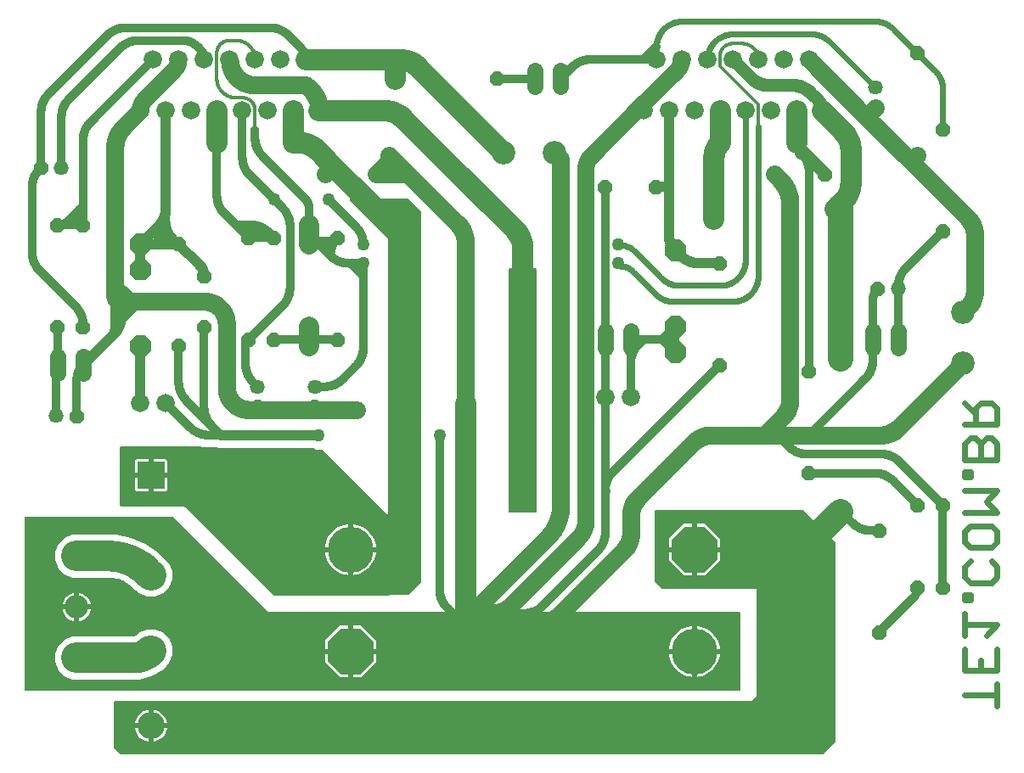
<source format=gbr>
G04 Created by GerbView*
%FSLAX24Y24*%
%MOIN*%
G75*
%ADD10C,0.0010*%
%ADD11C,0.0230*%
%ADD12C,0.0720*%
%ADD13C,0.0921*%
%ADD14C,0.1810*%
%ADD15C,0.0575*%
%ADD16C,0.0647*%
%ADD17C,0.0792*%
%ADD18R,0.1070X0.1070*%
%ADD19C,0.1070*%
%ADD20C,0.0320*%
%ADD21C,0.0659*%
%ADD22C,0.0820*%
%ADD23C,0.0500*%
%ADD24C,0.0400*%
%ADD25C,0.0600*%
%ADD26C,0.0700*%
%ADD27C,0.0120*%
%ADD28C,0.0240*%
%ADD29C,0.1000*%
%ADD30C,0.1000*%
%ADD31C,0.0800*%
%ADD32C,0.1200*%
%LNEXPORT*%
D02*
D10*
G36*
X28504Y2950D02*
X28509Y2950D01*
X28510Y2951D01*
X28512Y2951D01*
X28516Y2953D01*
X28521Y2954D01*
X28522Y2955D01*
X28524Y2956D01*
X28527Y2958D01*
X28531Y2961D01*
X28532Y2962D01*
X28534Y2963D01*
X28537Y2967D01*
X28540Y2970D01*
X28541Y2971D01*
X28542Y2973D01*
X28544Y2977D01*
X28546Y2981D01*
X28546Y2983D01*
X28547Y2984D01*
X28548Y2989D01*
X28549Y2993D01*
X28549Y2996D01*
X28549Y2996D01*
X28549Y2997D01*
X28549Y3000D01*
Y6000D01*
X28549Y6004D01*
X28549Y6009D01*
X28548Y6010D01*
X28548Y6012D01*
X28546Y6016D01*
X28545Y6021D01*
X28544Y6022D01*
X28543Y6024D01*
X28541Y6027D01*
X28538Y6031D01*
X28537Y6032D01*
X28536Y6034D01*
X28532Y6037D01*
X28529Y6040D01*
X28528Y6041D01*
X28526Y6042D01*
X28522Y6044D01*
X28518Y6046D01*
X28516Y6046D01*
X28515Y6047D01*
X28510Y6048D01*
X28506Y6049D01*
X28503Y6049D01*
X28503Y6049D01*
X28502Y6049D01*
X28500Y6049D01*
X10020D01*
X6285Y9785D01*
X6282Y9787D01*
X6279Y9790D01*
X6277Y9791D01*
X6275Y9792D01*
X6271Y9794D01*
X6268Y9796D01*
X6266Y9797D01*
X6263Y9797D01*
X6260Y9798D01*
X6256Y9799D01*
X6252Y9799D01*
X6251Y9799D01*
X6251Y9799D01*
X6250Y9799D01*
X500D01*
X495Y9799D01*
X490Y9799D01*
X489Y9798D01*
X487Y9798D01*
X483Y9796D01*
X478Y9795D01*
X477Y9794D01*
X475Y9793D01*
X472Y9791D01*
X468Y9788D01*
X467Y9787D01*
X465Y9786D01*
X462Y9782D01*
X459Y9779D01*
X458Y9778D01*
X457Y9776D01*
X455Y9772D01*
X453Y9768D01*
X453Y9766D01*
X452Y9765D01*
X451Y9760D01*
X450Y9756D01*
X450Y9753D01*
X450Y9753D01*
X450Y9752D01*
X450Y9750D01*
Y3000D01*
X450Y2995D01*
X450Y2990D01*
X451Y2989D01*
X451Y2987D01*
X453Y2983D01*
X454Y2978D01*
X455Y2977D01*
X456Y2975D01*
X458Y2972D01*
X461Y2968D01*
X462Y2967D01*
X463Y2965D01*
X467Y2962D01*
X470Y2959D01*
X471Y2958D01*
X473Y2957D01*
X477Y2955D01*
X481Y2953D01*
X483Y2953D01*
X484Y2952D01*
X489Y2951D01*
X493Y2950D01*
X496Y2950D01*
X496Y2950D01*
X497Y2950D01*
X500Y2950D01*
X28500D01*
X28504Y2950D01*
G37*
G36*
X31753Y450D02*
X31757Y450D01*
X31760Y451D01*
X31762Y451D01*
X31766Y453D01*
X31769Y454D01*
X31771Y455D01*
X31774Y456D01*
X31777Y458D01*
X31780Y460D01*
X31783Y463D01*
X31784Y463D01*
X31784Y463D01*
X31785Y464D01*
X32285Y964D01*
X32287Y967D01*
X32290Y970D01*
X32291Y972D01*
X32291Y972D01*
X32292Y973D01*
X32292Y974D01*
X32294Y978D01*
X32296Y981D01*
X32297Y983D01*
X32297Y984D01*
X32297Y984D01*
X32297Y986D01*
X32298Y989D01*
X32299Y993D01*
X32299Y997D01*
X32299Y998D01*
X32299Y998D01*
X32299Y1000D01*
Y8750D01*
X32299Y8753D01*
X32299Y8757D01*
X32298Y8760D01*
X32298Y8762D01*
X32296Y8766D01*
X32295Y8769D01*
X32294Y8771D01*
X32293Y8774D01*
X32291Y8777D01*
X32289Y8780D01*
X32286Y8783D01*
X32286Y8784D01*
X32286Y8784D01*
X32285Y8785D01*
X31035Y10035D01*
X31032Y10037D01*
X31029Y10040D01*
X31027Y10041D01*
X31025Y10042D01*
X31021Y10044D01*
X31018Y10046D01*
X31016Y10047D01*
X31013Y10047D01*
X31010Y10048D01*
X31006Y10049D01*
X31002Y10049D01*
X31001Y10049D01*
X31001Y10049D01*
X31000Y10049D01*
X25250D01*
X25245Y10049D01*
X25240Y10049D01*
X25239Y10048D01*
X25237Y10048D01*
X25233Y10046D01*
X25228Y10045D01*
X25227Y10044D01*
X25225Y10043D01*
X25222Y10041D01*
X25218Y10038D01*
X25217Y10037D01*
X25215Y10036D01*
X25212Y10032D01*
X25209Y10029D01*
X25208Y10028D01*
X25207Y10026D01*
X25205Y10022D01*
X25203Y10018D01*
X25203Y10016D01*
X25202Y10015D01*
X25201Y10010D01*
X25200Y10006D01*
X25200Y10003D01*
X25200Y10003D01*
X25200Y10002D01*
X25200Y10000D01*
Y7250D01*
X25200Y7246D01*
X25200Y7242D01*
X25201Y7239D01*
X25201Y7237D01*
X25203Y7233D01*
X25204Y7230D01*
X25205Y7228D01*
X25206Y7225D01*
X25208Y7222D01*
X25210Y7219D01*
X25213Y7216D01*
X25213Y7215D01*
X25213Y7215D01*
X25214Y7214D01*
X25464Y6964D01*
X25467Y6962D01*
X25470Y6959D01*
X25472Y6958D01*
X25474Y6957D01*
X25478Y6955D01*
X25481Y6953D01*
X25483Y6952D01*
X25486Y6952D01*
X25489Y6951D01*
X25493Y6950D01*
X25497Y6950D01*
X25498Y6950D01*
X25498Y6950D01*
X25500Y6950D01*
X29200D01*
Y2770D01*
X28979Y2549D01*
X4000D01*
X3995Y2549D01*
X3990Y2549D01*
X3989Y2548D01*
X3987Y2548D01*
X3983Y2546D01*
X3978Y2545D01*
X3977Y2544D01*
X3975Y2543D01*
X3972Y2541D01*
X3968Y2538D01*
X3967Y2537D01*
X3965Y2536D01*
X3962Y2532D01*
X3959Y2529D01*
X3958Y2528D01*
X3957Y2526D01*
X3955Y2522D01*
X3953Y2518D01*
X3953Y2516D01*
X3952Y2515D01*
X3951Y2510D01*
X3950Y2506D01*
X3950Y2503D01*
X3950Y2503D01*
X3950Y2502D01*
X3950Y2502D01*
X3950Y2502D01*
X3950Y2501D01*
X3950Y2500D01*
Y750D01*
X3950Y746D01*
X3950Y742D01*
X3951Y740D01*
X3951Y740D01*
X3951Y739D01*
X3951Y737D01*
X3953Y733D01*
X3954Y730D01*
X3954Y729D01*
X3954Y728D01*
X3955Y727D01*
X3956Y725D01*
X3958Y722D01*
X3960Y719D01*
X3961Y718D01*
X3961Y718D01*
X3962Y717D01*
X3963Y716D01*
X3963Y715D01*
X3963Y715D01*
X3964Y714D01*
X4214Y464D01*
X4217Y462D01*
X4220Y459D01*
X4222Y458D01*
X4224Y457D01*
X4228Y455D01*
X4231Y453D01*
X4233Y452D01*
X4236Y452D01*
X4239Y451D01*
X4243Y450D01*
X4247Y450D01*
X4248Y450D01*
X4248Y450D01*
X4250Y450D01*
X31750D01*
X31753Y450D01*
G37*
G36*
X14754Y6700D02*
X14759Y6700D01*
X14760Y6701D01*
X14762Y6701D01*
X14766Y6703D01*
X14771Y6704D01*
X14772Y6705D01*
X14774Y6706D01*
X14777Y6708D01*
X14781Y6711D01*
X14782Y6712D01*
X14784Y6713D01*
X14787Y6717D01*
X14789Y6720D01*
X15500D01*
X15503Y6720D01*
X15507Y6720D01*
X15508Y6721D01*
X15509Y6721D01*
X15512Y6723D01*
X15516Y6724D01*
X15517Y6725D01*
X15518Y6726D01*
X15518Y6727D01*
X15521Y6728D01*
X16021Y7228D01*
X16023Y7231D01*
X16025Y7234D01*
X16026Y7235D01*
X16026Y7236D01*
X16027Y7240D01*
X16029Y7243D01*
X16029Y7245D01*
X16029Y7245D01*
X16029Y7247D01*
X16029Y7250D01*
Y21760D01*
X16029Y21763D01*
X16029Y21767D01*
X16028Y21768D01*
X16028Y21769D01*
X16026Y21772D01*
X16025Y21776D01*
X16024Y21777D01*
X16023Y21778D01*
X16022Y21779D01*
X16021Y21781D01*
X15531Y22271D01*
X15528Y22273D01*
X15525Y22275D01*
X15524Y22276D01*
X15523Y22276D01*
X15519Y22277D01*
X15516Y22279D01*
X15515Y22279D01*
X15514Y22279D01*
X15512Y22279D01*
X15510Y22279D01*
X13250D01*
X13247Y22279D01*
X13244Y22279D01*
X13242Y22278D01*
X13240Y22278D01*
X13237Y22277D01*
X13235Y22276D01*
X13233Y22274D01*
X13231Y22273D01*
X13229Y22271D01*
X13227Y22270D01*
X13226Y22268D01*
X13225Y22266D01*
X13224Y22264D01*
X13222Y22261D01*
X13222Y22259D01*
X13221Y22258D01*
X13220Y22255D01*
X13220Y22252D01*
X13220Y22250D01*
X13220Y22248D01*
X13220Y22245D01*
X13220Y22242D01*
X13221Y22240D01*
X13222Y22238D01*
X13223Y22236D01*
X13224Y22233D01*
X13226Y22231D01*
X13227Y22230D01*
X13227Y22230D01*
X13228Y22228D01*
X14720Y20737D01*
Y9850D01*
X12155Y12415D01*
X12152Y12417D01*
X12149Y12420D01*
X12147Y12421D01*
X12145Y12422D01*
X12141Y12424D01*
X12138Y12426D01*
X12136Y12427D01*
X12133Y12427D01*
X12130Y12428D01*
X12126Y12429D01*
X12122Y12429D01*
X12121Y12429D01*
X12121Y12429D01*
X12120Y12429D01*
X11886D01*
X11775Y12476D01*
X11774Y12476D01*
X11774Y12476D01*
X11768Y12477D01*
X11762Y12479D01*
X11762D01*
X11762Y12479D01*
X11755Y12479D01*
X8060D01*
X7973Y12516D01*
X7973Y12516D01*
X7972Y12516D01*
X7967Y12517D01*
X7961Y12519D01*
X7960D01*
X7960Y12519D01*
X7954Y12519D01*
X7469D01*
X7363Y12548D01*
X7360Y12548D01*
X7357Y12549D01*
X7351Y12549D01*
X7351Y12549D01*
X7351D01*
X7350D01*
X4250D01*
X4245Y12549D01*
X4240Y12549D01*
X4239Y12548D01*
X4237Y12548D01*
X4233Y12546D01*
X4228Y12545D01*
X4227Y12544D01*
X4225Y12543D01*
X4222Y12541D01*
X4218Y12538D01*
X4217Y12537D01*
X4215Y12536D01*
X4212Y12532D01*
X4209Y12529D01*
X4208Y12528D01*
X4207Y12526D01*
X4205Y12522D01*
X4203Y12518D01*
X4203Y12516D01*
X4202Y12515D01*
X4201Y12510D01*
X4200Y12506D01*
X4200Y12503D01*
X4200Y12503D01*
X4200Y12502D01*
X4200Y12500D01*
Y10250D01*
X4200Y10245D01*
X4200Y10240D01*
X4201Y10239D01*
X4201Y10237D01*
X4203Y10233D01*
X4204Y10228D01*
X4205Y10227D01*
X4206Y10225D01*
X4208Y10222D01*
X4211Y10218D01*
X4212Y10217D01*
X4213Y10215D01*
X4217Y10212D01*
X4220Y10209D01*
X4221Y10208D01*
X4223Y10207D01*
X4227Y10205D01*
X4231Y10203D01*
X4233Y10203D01*
X4234Y10202D01*
X4239Y10201D01*
X4243Y10200D01*
X4246Y10200D01*
X4246Y10200D01*
X4247Y10200D01*
X4250Y10200D01*
X6729D01*
X10214Y6714D01*
X10217Y6712D01*
X10220Y6709D01*
X10222Y6708D01*
X10224Y6707D01*
X10228Y6705D01*
X10231Y6703D01*
X10233Y6702D01*
X10236Y6702D01*
X10239Y6701D01*
X10243Y6700D01*
X10247Y6700D01*
X10248Y6700D01*
X10248Y6700D01*
X10250Y6700D01*
X14750D01*
X14754Y6700D01*
G37*
G36*
X20504Y9950D02*
X20509Y9950D01*
X20510Y9951D01*
X20512Y9951D01*
X20516Y9953D01*
X20521Y9954D01*
X20522Y9955D01*
X20524Y9956D01*
X20527Y9958D01*
X20531Y9961D01*
X20532Y9962D01*
X20534Y9963D01*
X20537Y9967D01*
X20540Y9970D01*
X20541Y9971D01*
X20542Y9973D01*
X20544Y9977D01*
X20546Y9981D01*
X20546Y9983D01*
X20547Y9984D01*
X20548Y9989D01*
X20549Y9993D01*
X20549Y9996D01*
X20549Y9996D01*
X20549Y9997D01*
X20549Y10000D01*
Y19500D01*
X20549Y19504D01*
X20549Y19509D01*
X20548Y19510D01*
X20548Y19512D01*
X20546Y19516D01*
X20545Y19521D01*
X20544Y19522D01*
X20543Y19524D01*
X20541Y19527D01*
X20538Y19531D01*
X20537Y19532D01*
X20536Y19534D01*
X20532Y19537D01*
X20529Y19540D01*
X20528Y19541D01*
X20526Y19542D01*
X20522Y19544D01*
X20518Y19546D01*
X20516Y19546D01*
X20515Y19547D01*
X20510Y19548D01*
X20506Y19549D01*
X20503Y19549D01*
X20503Y19549D01*
X20502Y19549D01*
X20500Y19549D01*
X19500D01*
X19495Y19549D01*
X19490Y19549D01*
X19489Y19548D01*
X19487Y19548D01*
X19483Y19546D01*
X19478Y19545D01*
X19477Y19544D01*
X19475Y19543D01*
X19472Y19541D01*
X19468Y19538D01*
X19467Y19537D01*
X19465Y19536D01*
X19462Y19532D01*
X19459Y19529D01*
X19458Y19528D01*
X19457Y19526D01*
X19455Y19522D01*
X19453Y19518D01*
X19453Y19516D01*
X19452Y19515D01*
X19451Y19510D01*
X19450Y19506D01*
X19450Y19503D01*
X19450Y19503D01*
X19450Y19502D01*
X19450Y19500D01*
Y10000D01*
X19450Y9995D01*
X19450Y9990D01*
X19451Y9989D01*
X19451Y9987D01*
X19453Y9983D01*
X19454Y9978D01*
X19455Y9977D01*
X19456Y9975D01*
X19458Y9972D01*
X19461Y9968D01*
X19462Y9967D01*
X19463Y9965D01*
X19467Y9962D01*
X19470Y9959D01*
X19471Y9958D01*
X19473Y9957D01*
X19477Y9955D01*
X19481Y9953D01*
X19483Y9953D01*
X19484Y9952D01*
X19489Y9951D01*
X19493Y9950D01*
X19496Y9950D01*
X19496Y9950D01*
X19497Y9950D01*
X19500Y9950D01*
X20500D01*
X20504Y9950D01*
G37*
%LPC*%
G36*
X5248Y6644D02*
X4939Y6772D01*
X4820Y6891D01*
X4709Y7001D01*
X4709Y7002D01*
X4707Y7003D01*
X4612Y7090D01*
X4611Y7090D01*
X4611Y7091D01*
X4606Y7094D01*
X4391Y7238D01*
X4390Y7239D01*
X4388Y7240D01*
X4383Y7242D01*
X4144Y7341D01*
X4142Y7342D01*
X4141Y7342D01*
X4135Y7344D01*
X3881Y7395D01*
X3881Y7395D01*
X3880Y7395D01*
X3874Y7395D01*
X3745Y7402D01*
X3744Y7402D01*
X3743Y7402D01*
X2325D01*
X2016Y7530D01*
X1780Y7766D01*
X1652Y8075D01*
Y8409D01*
X1780Y8718D01*
X2016Y8954D01*
X2325Y9082D01*
X4043D01*
X4631Y8965D01*
X5186Y8735D01*
X5685Y8402D01*
X5897Y8189D01*
X6127Y7960D01*
X6255Y7651D01*
Y7317D01*
X6127Y7008D01*
X5891Y6772D01*
X5582Y6644D01*
X5248D01*
G37*
G36*
X2325Y3402D02*
X2016Y3530D01*
X1780Y3766D01*
X1652Y4075D01*
Y4409D01*
X1780Y4718D01*
X2016Y4954D01*
X2325Y5082D01*
X4717D01*
X4718Y5082D01*
X4720D01*
X4733Y5083D01*
X4734Y5083D01*
X4736D01*
X4742Y5084D01*
X4767Y5091D01*
X4770Y5092D01*
X4773Y5093D01*
X4778Y5096D01*
X4778Y5096D01*
X4779Y5096D01*
X4779Y5096D01*
X4801Y5109D01*
X4802Y5110D01*
X4804Y5110D01*
X4809Y5114D01*
X4818Y5123D01*
X4819Y5123D01*
X4821Y5125D01*
X4939Y5243D01*
X5248Y5371D01*
X5582D01*
X5891Y5243D01*
X6127Y5007D01*
X6255Y4698D01*
Y4364D01*
X6127Y4055D01*
X6009Y3937D01*
X6009D01*
X5839Y3767D01*
X5422Y3526D01*
X4957Y3402D01*
X2325D01*
G37*
G36*
X26849Y8599D02*
Y9505D01*
X27166D01*
X27755Y8916D01*
Y8599D01*
X26849D01*
G37*
G36*
X13349Y4599D02*
Y5505D01*
X13666D01*
X14255Y4916D01*
Y4599D01*
X13349D01*
G37*
G36*
X25744Y8599D02*
Y8916D01*
X26333Y9505D01*
X26650D01*
Y8599D01*
X25744D01*
G37*
G36*
X12244Y4599D02*
Y4916D01*
X12833Y5505D01*
X13150D01*
Y4599D01*
X12244D01*
G37*
G36*
X26849Y7494D02*
Y8400D01*
X27755D01*
Y8083D01*
X27166Y7494D01*
X26849D01*
G37*
G36*
X13349Y3494D02*
Y4400D01*
X14255D01*
Y4083D01*
X13666Y3494D01*
X13349D01*
G37*
G36*
X26333Y7494D02*
X25744Y8083D01*
Y8400D01*
X26650D01*
Y7494D01*
X26333D01*
G37*
G36*
X12833Y3494D02*
X12244Y4083D01*
Y4400D01*
X13150D01*
Y3494D01*
X12833D01*
G37*
G36*
X13349Y8599D02*
Y9500D01*
X13418Y9492D01*
X13528Y9467D01*
X13635Y9430D01*
X13736Y9381D01*
X13832Y9320D01*
X13920Y9250D01*
X14000Y9170D01*
X14070Y9082D01*
X14131Y8986D01*
X14180Y8885D01*
X14217Y8778D01*
X14242Y8668D01*
X14250Y8599D01*
X13349D01*
G37*
G36*
X26849Y4599D02*
Y5500D01*
X26918Y5492D01*
X27028Y5467D01*
X27135Y5430D01*
X27236Y5381D01*
X27332Y5320D01*
X27420Y5250D01*
X27500Y5170D01*
X27570Y5082D01*
X27631Y4986D01*
X27680Y4885D01*
X27717Y4778D01*
X27742Y4668D01*
X27750Y4599D01*
X26849D01*
G37*
G36*
X25749Y4599D02*
X25757Y4668D01*
X25782Y4778D01*
X25820Y4885D01*
X25868Y4986D01*
X25929Y5082D01*
X25999Y5170D01*
X26079Y5250D01*
X26167Y5320D01*
X26263Y5381D01*
X26364Y5430D01*
X26471Y5467D01*
X26581Y5492D01*
X26650Y5500D01*
Y4599D01*
X25749D01*
G37*
G36*
X12249Y8599D02*
X12257Y8668D01*
X12282Y8778D01*
X12320Y8885D01*
X12368Y8986D01*
X12429Y9082D01*
X12499Y9170D01*
X12579Y9250D01*
X12667Y9320D01*
X12763Y9381D01*
X12864Y9430D01*
X12971Y9467D01*
X13081Y9492D01*
X13150Y9500D01*
Y8599D01*
X12249D01*
G37*
G36*
X13349Y8400D02*
X14250D01*
X14242Y8331D01*
X14217Y8221D01*
X14180Y8114D01*
X14131Y8013D01*
X14070Y7917D01*
X14000Y7829D01*
X13920Y7749D01*
X13832Y7679D01*
X13736Y7618D01*
X13635Y7570D01*
X13528Y7532D01*
X13418Y7507D01*
X13349Y7499D01*
Y8400D01*
G37*
G36*
X26849Y4400D02*
X27750D01*
X27742Y4331D01*
X27717Y4221D01*
X27680Y4114D01*
X27631Y4013D01*
X27570Y3917D01*
X27500Y3829D01*
X27420Y3749D01*
X27332Y3679D01*
X27236Y3618D01*
X27135Y3570D01*
X27028Y3532D01*
X26918Y3507D01*
X26849Y3499D01*
Y4400D01*
G37*
G36*
X13081Y7507D02*
X12971Y7532D01*
X12864Y7570D01*
X12763Y7618D01*
X12667Y7679D01*
X12579Y7749D01*
X12499Y7829D01*
X12429Y7917D01*
X12368Y8013D01*
X12320Y8114D01*
X12282Y8221D01*
X12257Y8331D01*
X12249Y8400D01*
X13150D01*
Y7499D01*
X13081Y7507D01*
G37*
G36*
X26581Y3507D02*
X26471Y3532D01*
X26364Y3570D01*
X26263Y3618D01*
X26167Y3679D01*
X26079Y3749D01*
X25999Y3829D01*
X25929Y3917D01*
X25868Y4013D01*
X25820Y4114D01*
X25782Y4221D01*
X25757Y4331D01*
X25749Y4400D01*
X26650D01*
Y3499D01*
X26581Y3507D01*
G37*
G36*
X5515Y11521D02*
Y12056D01*
X5963D01*
X5989Y12049D01*
X6011Y12036D01*
X6030Y12017D01*
X6043Y11994D01*
X6050Y11969D01*
Y11521D01*
X5515D01*
G37*
G36*
X4780Y11521D02*
Y11969D01*
X4787Y11994D01*
X4800Y12017D01*
X4818Y12036D01*
X4841Y12049D01*
X4867Y12056D01*
X5315D01*
Y11521D01*
X4780D01*
G37*
G36*
X5515Y10786D02*
Y11321D01*
X6050D01*
Y10873D01*
X6043Y10847D01*
X6030Y10824D01*
X6011Y10806D01*
X5989Y10792D01*
X5963Y10786D01*
X5515D01*
G37*
G36*
X4867Y10786D02*
X4841Y10792D01*
X4818Y10806D01*
X4800Y10824D01*
X4787Y10847D01*
X4780Y10873D01*
Y11321D01*
X5315D01*
Y10786D01*
X4867D01*
G37*
G36*
X5515Y1678D02*
Y2206D01*
X5539Y2202D01*
X5619Y2181D01*
X5696Y2149D01*
X5768Y2107D01*
X5835Y2057D01*
X5893Y1998D01*
X5944Y1932D01*
X5986Y1860D01*
X6017Y1783D01*
X6039Y1702D01*
X6042Y1678D01*
X5515D01*
G37*
G36*
X4787Y1678D02*
X4791Y1702D01*
X4812Y1783D01*
X4844Y1860D01*
X4886Y1932D01*
X4936Y1998D01*
X4995Y2057D01*
X5061Y2107D01*
X5133Y2149D01*
X5210Y2181D01*
X5291Y2202D01*
X5315Y2206D01*
Y1678D01*
X4787D01*
G37*
G36*
X5515Y1478D02*
X6042D01*
X6039Y1454D01*
X6017Y1374D01*
X5986Y1297D01*
X5944Y1225D01*
X5893Y1159D01*
X5835Y1100D01*
X5768Y1049D01*
X5696Y1007D01*
X5619Y976D01*
X5539Y954D01*
X5515Y951D01*
Y1478D01*
G37*
G36*
X5291Y954D02*
X5210Y976D01*
X5133Y1007D01*
X5061Y1049D01*
X4995Y1100D01*
X4936Y1159D01*
X4886Y1225D01*
X4844Y1297D01*
X4812Y1374D01*
X4791Y1454D01*
X4787Y1478D01*
X5315D01*
Y951D01*
X5291Y954D01*
G37*
G36*
X2592Y6342D02*
Y6794D01*
X2623Y6789D01*
X2707Y6761D01*
X2786Y6721D01*
X2857Y6669D01*
X2919Y6607D01*
X2971Y6536D01*
X3011Y6457D01*
X3039Y6373D01*
X3044Y6342D01*
X2592D01*
G37*
G36*
X2592Y6142D02*
X3044D01*
X3039Y6111D01*
X3011Y6027D01*
X2971Y5948D01*
X2919Y5877D01*
X2857Y5814D01*
X2786Y5762D01*
X2707Y5722D01*
X2623Y5695D01*
X2592Y5690D01*
Y6142D01*
G37*
G36*
X1940Y6342D02*
X1945Y6373D01*
X1972Y6457D01*
X2012Y6536D01*
X2064Y6607D01*
X2127Y6669D01*
X2198Y6721D01*
X2277Y6761D01*
X2361Y6789D01*
X2392Y6794D01*
Y6342D01*
X1940D01*
G37*
G36*
X2361Y5695D02*
X2277Y5722D01*
X2198Y5762D01*
X2127Y5814D01*
X2064Y5877D01*
X2012Y5948D01*
X1972Y6027D01*
X1945Y6111D01*
X1940Y6142D01*
X2392D01*
Y5690D01*
X2361Y5695D01*
G37*
G36*
X26749Y4499D02*
Y4500D01*
X26750D01*
Y4499D01*
X26749D01*
G37*
G36*
X13249Y4499D02*
Y4500D01*
X13250D01*
Y4499D01*
X13249D01*
G37*
G36*
X13249Y8499D02*
Y8500D01*
X13250D01*
Y8499D01*
X13249D01*
G37*
G36*
X26749Y8499D02*
Y8500D01*
X26750D01*
Y8499D01*
X26749D01*
G37*
G36*
X5415Y11421D02*
Y11421D01*
X5415D01*
Y11421D01*
X5415D01*
G37*
G36*
X5415Y1578D02*
Y1578D01*
X5415D01*
Y1578D01*
X5415D01*
G37*
G36*
X2492Y6242D02*
Y6242D01*
X2492D01*
Y6242D01*
X2492D01*
G37*
%LPD*%
D11*
X37365Y2788D02*
X38636D01*
Y2365D02*
Y3212D01*
Y3746D02*
Y4593D01*
Y3746D02*
X37365D01*
Y4593D01*
X38000Y4169D02*
Y3746D01*
X38212Y5127D02*
X38636Y5551D01*
X37365D01*
Y5127D02*
Y5974D01*
Y6508D02*
X37576D01*
Y6720D01*
X37365D01*
Y6508D01*
X38636Y7834D02*
X38424Y8046D01*
X38636Y7834D02*
Y7410D01*
X38424Y7199D01*
X37576D01*
X37365Y7410D01*
Y7834D01*
X37576Y8046D01*
X38636Y8792D02*
Y9215D01*
Y8792D02*
X38424Y8580D01*
X37576D01*
X37365Y8792D01*
Y9215D01*
X37576Y9427D01*
X38424D01*
X38636Y9215D01*
Y9961D02*
X37365D01*
X38212Y10385D02*
X38636Y9961D01*
X38212Y10385D02*
X38636Y10808D01*
X37365D01*
Y11342D02*
X37576D01*
Y11554D01*
X37365D01*
Y11342D01*
Y12033D02*
X38636D01*
Y12668D01*
X38424Y12880D01*
X38212D01*
X38000Y12668D01*
X37788Y12880D01*
X37576D01*
X37365Y12668D01*
Y12033D01*
X38000D02*
Y12668D01*
X37365Y13414D02*
X38636D01*
Y14050D01*
X38424Y14261D01*
X38000D01*
X37788Y14050D01*
Y13414D01*
Y13838D02*
X37365Y14261D01*
D12*
X8500Y27750D03*
D11*
D12*
X9000Y25750D03*
D11*
D12*
X9500Y27750D03*
D11*
D12*
X10000Y25750D03*
D11*
D12*
X10500Y27750D03*
D11*
D12*
X11000Y25750D03*
D11*
D12*
X8000Y25750D03*
D11*
D12*
X7500Y27750D03*
D11*
D12*
X7000Y25750D03*
D11*
D12*
X6500Y27750D03*
D11*
D12*
X6000Y25750D03*
D11*
D12*
X11500Y27750D03*
D11*
D12*
X12000Y25750D03*
D11*
D12*
X5500Y27750D03*
D11*
D12*
X5000Y25750D03*
D11*
D12*
X28250Y27750D03*
D11*
D12*
X28750Y25750D03*
D11*
D12*
X29250Y27750D03*
D11*
D12*
X29750Y25750D03*
D11*
D12*
X30250Y27750D03*
D11*
D12*
X30750Y25750D03*
D11*
D12*
X27750Y25750D03*
D11*
D12*
X27250Y27750D03*
D11*
D12*
X26750Y25750D03*
D11*
D12*
X26250Y27750D03*
D11*
D12*
X25750Y25750D03*
D11*
D12*
X31250Y27750D03*
D11*
D12*
X31750Y25750D03*
D11*
D12*
X25250Y27750D03*
D11*
D12*
X24750Y25750D03*
D11*
D13*
X2492Y8242D03*
D11*
D13*
X2492Y6242D03*
D11*
D13*
X2492Y4242D03*
D11*
D14*
X13250Y8500D03*
D11*
G36*
X13624Y3595D02*
X14154Y4125D01*
Y4874D01*
X13624Y5404D01*
X12875D01*
X12345Y4874D01*
Y4125D01*
X12875Y3595D01*
X13624Y3595D01*
G37*
D14*
X26750Y4500D03*
D11*
G36*
X26375Y9404D02*
X25845Y8874D01*
Y8125D01*
X26375Y7595D01*
X27124Y7595D01*
X27654Y8125D01*
Y8874D01*
X27124Y9404D01*
X26375D01*
G37*
G36*
X812Y23380D02*
X980Y23212D01*
X1219D01*
X1387Y23380D01*
Y23619D01*
X1219Y23787D01*
X980D01*
X812Y23619D01*
X812Y23380D01*
G37*
D15*
X1900Y23500D03*
D11*
G36*
X2630Y17537D02*
X2462Y17369D01*
X2462Y17130D01*
X2630Y16962D01*
X2869D01*
X3037Y17130D01*
X3037Y17369D01*
X2869Y17537D01*
X2630D01*
G37*
G36*
X2630Y21537D02*
X2462Y21369D01*
X2462Y21130D01*
X2630Y20962D01*
X2869D01*
X3037Y21130D01*
X3037Y21369D01*
X2869Y21537D01*
X2630D01*
G37*
G36*
X1869Y20962D02*
X2037Y21130D01*
Y21369D01*
X1869Y21537D01*
X1630D01*
X1462Y21369D01*
X1462Y21130D01*
X1630Y20962D01*
X1869D01*
G37*
G36*
X1869Y16962D02*
X2037Y17130D01*
Y17369D01*
X1869Y17537D01*
X1630D01*
X1462Y17369D01*
X1462Y17130D01*
X1630Y16962D01*
X1869D01*
G37*
G36*
X6619Y20212D02*
X6787Y20380D01*
Y20619D01*
X6619Y20787D01*
X6380D01*
X6212Y20619D01*
X6212Y20380D01*
X6380Y20212D01*
X6619D01*
G37*
G36*
X6619Y16212D02*
X6787Y16380D01*
Y16619D01*
X6619Y16787D01*
X6380D01*
X6212Y16619D01*
X6212Y16380D01*
X6380Y16212D01*
X6619Y16212D01*
G37*
G36*
X35380Y24287D02*
X35212Y24119D01*
Y23880D01*
X35380Y23712D01*
X35619D01*
X35787Y23880D01*
Y24119D01*
X35619Y24287D01*
X35380D01*
G37*
G36*
X35380Y28287D02*
X35212Y28119D01*
Y27880D01*
X35380Y27712D01*
X35619D01*
X35787Y27880D01*
Y28119D01*
X35619Y28287D01*
X35380D01*
G37*
G36*
X36619Y24712D02*
X36787Y24880D01*
Y25119D01*
X36619Y25287D01*
X36380D01*
X36212Y25119D01*
Y24880D01*
X36380Y24712D01*
X36619D01*
G37*
G36*
X36619Y20712D02*
X36787Y20880D01*
Y21119D01*
X36619Y21287D01*
X36380D01*
X36212Y21119D01*
Y20880D01*
X36380Y20712D01*
X36619D01*
G37*
G36*
X27869Y19462D02*
X28037Y19630D01*
Y19869D01*
X27869Y20037D01*
X27630D01*
X27462Y19869D01*
Y19630D01*
X27630Y19462D01*
X27869D01*
G37*
G36*
X27869Y15462D02*
X28037Y15630D01*
Y15869D01*
X27869Y16037D01*
X27630D01*
X27462Y15869D01*
Y15630D01*
X27630Y15462D01*
X27869Y15462D01*
G37*
G36*
X12869Y20462D02*
X13037Y20630D01*
Y20869D01*
X12869Y21037D01*
X12630D01*
X12462Y20869D01*
Y20630D01*
X12630Y20462D01*
X12869D01*
G37*
G36*
X12869Y16462D02*
X13037Y16630D01*
Y16869D01*
X12869Y17037D01*
X12630D01*
X12462Y16869D01*
Y16630D01*
X12630Y16462D01*
X12869D01*
G37*
G36*
X10130Y17037D02*
X9962Y16869D01*
Y16630D01*
X10130Y16462D01*
X10369D01*
X10537Y16630D01*
Y16869D01*
X10369Y17037D01*
X10130D01*
G37*
G36*
X10130Y21037D02*
X9962Y20869D01*
Y20630D01*
X10130Y20462D01*
X10369D01*
X10537Y20630D01*
Y20869D01*
X10369Y21037D01*
X10130D01*
G37*
G36*
X9130Y17037D02*
X8962Y16869D01*
Y16630D01*
X9130Y16462D01*
X9369D01*
X9537Y16630D01*
Y16869D01*
X9369Y17037D01*
X9130D01*
G37*
G36*
X9130Y21037D02*
X8962Y20869D01*
Y20630D01*
X9130Y20462D01*
X9369D01*
X9537Y20630D01*
Y20869D01*
X9369Y21037D01*
X9130D01*
G37*
D12*
X6000Y14250D03*
D11*
D12*
X5000Y14250D03*
D11*
D12*
X23250Y14500D03*
D11*
D12*
X24250Y14500D03*
D11*
D16*
X33750Y16425D02*
Y17074D01*
X34750D02*
Y16425D01*
X2750Y16074D02*
Y15425D01*
X1750D02*
Y16074D01*
G36*
X11969Y13812D02*
X12137Y13980D01*
Y14219D01*
X11969Y14387D01*
X11730D01*
X11562Y14219D01*
Y13980D01*
X11730Y13812D01*
X11969Y13812D01*
G37*
D15*
X11850Y14900D03*
D16*
G36*
X2787Y13869D02*
X2619Y14037D01*
X2380D01*
X2212Y13869D01*
X2212Y13630D01*
X2380Y13462D01*
X2619D01*
X2787Y13630D01*
Y13869D01*
G37*
D15*
X1700Y13750D03*
D16*
G36*
X9719Y13812D02*
X9887Y13980D01*
Y14219D01*
X9719Y14387D01*
X9480D01*
X9312Y14219D01*
Y13980D01*
X9480Y13812D01*
X9719Y13812D01*
G37*
D15*
X9600Y14900D03*
D16*
G36*
X33662Y18630D02*
X33830Y18462D01*
X34069D01*
X34237Y18630D01*
Y18869D01*
X34069Y19037D01*
X33830D01*
X33662Y18869D01*
Y18630D01*
G37*
D15*
X34750Y18750D03*
D16*
G36*
X15287Y27119D02*
X15119Y27287D01*
X14880D01*
X14712Y27119D01*
Y26880D01*
X14880Y26712D01*
X15119D01*
X15287Y26880D01*
Y27119D01*
G37*
G36*
X19287Y27119D02*
X19119Y27287D01*
X18880D01*
X18712Y27119D01*
Y26880D01*
X18880Y26712D01*
X19119D01*
X19287Y26880D01*
Y27119D01*
G37*
G36*
X33969Y25562D02*
X34137Y25730D01*
Y25969D01*
X33969Y26137D01*
X33730D01*
X33562Y25969D01*
Y25730D01*
X33730Y25562D01*
X33969D01*
G37*
D15*
X33850Y26650D03*
D16*
X20500Y26675D02*
Y27324D01*
X21500D02*
Y26675D01*
X24250Y17074D02*
Y16425D01*
X23250D02*
Y17074D01*
D13*
X37286Y15817D03*
D16*
D13*
X37286Y17817D03*
D16*
G36*
X15037Y24119D02*
X14869Y24287D01*
X14630D01*
X14462Y24119D01*
Y23880D01*
X14630Y23712D01*
X14869D01*
X15037Y23880D01*
Y24119D01*
G37*
G36*
X17037Y24119D02*
X16869Y24287D01*
X16630D01*
X16462Y24119D01*
Y23880D01*
X16630Y23712D01*
X16869D01*
X17037Y23880D01*
Y24119D01*
G37*
G36*
X26176Y19825D02*
X26424Y20073D01*
Y20426D01*
X26176Y20674D01*
X25823D01*
X25575Y20426D01*
Y20073D01*
X25823Y19825D01*
X26176D01*
G37*
G36*
X26176Y15825D02*
X26424Y16073D01*
Y16426D01*
X26176Y16674D01*
X25823D01*
X25575Y16426D01*
Y16073D01*
X25823Y15825D01*
X26176Y15825D01*
G37*
G36*
X26176Y16825D02*
X26424Y17073D01*
Y17426D01*
X26176Y17674D01*
X25823D01*
X25575Y17426D01*
Y17073D01*
X25823Y16825D01*
X26176D01*
G37*
G36*
X30787Y22119D02*
X30619Y22287D01*
X30380D01*
X30212Y22119D01*
Y21880D01*
X30380Y21712D01*
X30619D01*
X30787Y21880D01*
Y22119D01*
G37*
G36*
X32787Y22119D02*
X32619Y22287D01*
X32380D01*
X32212Y22119D01*
Y21880D01*
X32380Y21712D01*
X32619D01*
X32787Y21880D01*
Y22119D01*
G37*
G36*
X13962Y23130D02*
X14130Y22962D01*
X14369D01*
X14537Y23130D01*
Y23369D01*
X14369Y23537D01*
X14130D01*
X13962Y23369D01*
Y23130D01*
G37*
G36*
X11962Y23130D02*
X12130Y22962D01*
X12369D01*
X12537Y23130D01*
Y23369D01*
X12369Y23537D01*
X12130D01*
X11962Y23369D01*
Y23130D01*
G37*
G36*
X30162Y23369D02*
X29994Y23537D01*
X29755D01*
X29587Y23369D01*
Y23130D01*
X29755Y22962D01*
X29994D01*
X30162Y23130D01*
Y23369D01*
G37*
G36*
X32162Y23369D02*
X31994Y23537D01*
X31755D01*
X31587Y23369D01*
Y23130D01*
X31755Y22962D01*
X31994D01*
X32162Y23130D01*
Y23369D01*
G37*
G36*
X4823Y16924D02*
X4575Y16676D01*
Y16323D01*
X4823Y16075D01*
X5176D01*
X5424Y16323D01*
Y16676D01*
X5176Y16924D01*
X4823D01*
G37*
G36*
X4823Y20924D02*
X4575Y20676D01*
Y20323D01*
X4823Y20075D01*
X5176D01*
X5424Y20323D01*
Y20676D01*
X5176Y20924D01*
X4823D01*
G37*
G36*
X4823Y19924D02*
X4575Y19676D01*
Y19323D01*
X4823Y19075D01*
X5176D01*
X5424Y19323D01*
Y19676D01*
X5176Y19924D01*
X4823D01*
G37*
D17*
X11625Y17270D02*
Y16479D01*
Y20479D02*
Y21270D01*
D13*
X19250Y24104D03*
D17*
D13*
X21250Y24104D03*
D17*
G36*
X35787Y10369D02*
X35619Y10537D01*
X35380D01*
X35212Y10369D01*
Y10130D01*
X35380Y9962D01*
X35619D01*
X35787Y10130D01*
Y10369D01*
G37*
G36*
X36787Y10369D02*
X36619Y10537D01*
X36380D01*
X36212Y10369D01*
Y10130D01*
X36380Y9962D01*
X36619D01*
X36787Y10130D01*
Y10369D01*
G37*
G36*
X36212Y6880D02*
X36380Y6712D01*
X36619D01*
X36787Y6880D01*
Y7119D01*
X36619Y7287D01*
X36380D01*
X36212Y7119D01*
Y6880D01*
G37*
G36*
X35212Y6880D02*
X35380Y6712D01*
X35619D01*
X35787Y6880D01*
Y7119D01*
X35619Y7287D01*
X35380D01*
X35212Y7119D01*
Y6880D01*
G37*
G36*
X33880Y5537D02*
X33712Y5369D01*
Y5130D01*
X33880Y4962D01*
X34119D01*
X34287Y5130D01*
Y5369D01*
X34119Y5537D01*
X33880D01*
G37*
G36*
X33880Y9537D02*
X33712Y9369D01*
Y9130D01*
X33880Y8962D01*
X34119D01*
X34287Y9130D01*
Y9369D01*
X34119Y9537D01*
X33880D01*
G37*
G36*
X31130Y11787D02*
X30962Y11619D01*
Y11380D01*
X31130Y11212D01*
X31369D01*
X31537Y11380D01*
Y11619D01*
X31369Y11787D01*
X31130D01*
G37*
G36*
X31130Y15787D02*
X30962Y15619D01*
Y15380D01*
X31130Y15212D01*
X31369D01*
X31537Y15380D01*
Y15619D01*
X31369Y15787D01*
X31130D01*
G37*
G36*
X7380Y17537D02*
X7212Y17369D01*
Y17130D01*
X7380Y16962D01*
X7619D01*
X7787Y17130D01*
Y17369D01*
X7619Y17537D01*
X7380D01*
G37*
G36*
X7380Y19537D02*
X7212Y19369D01*
Y19130D01*
X7380Y18962D01*
X7619D01*
X7787Y19130D01*
Y19369D01*
X7619Y19537D01*
X7380D01*
G37*
G36*
X23537Y22869D02*
X23369Y23037D01*
X23130D01*
X22962Y22869D01*
Y22630D01*
X23130Y22462D01*
X23369D01*
X23537Y22630D01*
Y22869D01*
G37*
G36*
X25537Y22869D02*
X25369Y23037D01*
X25130D01*
X24962Y22869D01*
Y22630D01*
X25130Y22462D01*
X25369D01*
X25537Y22630D01*
Y22869D01*
G37*
D18*
X5415Y11421D03*
D17*
D19*
X5415Y7484D03*
D17*
D19*
X5415Y4531D03*
D17*
D19*
X5415Y1578D03*
D17*
D20*
X2500Y21250D02*
X1750D01*
X2500D02*
X2750D01*
Y22000D01*
Y24585D01*
X2750Y24610D01*
X2751Y24634D01*
X2752Y24659D01*
X2754Y24683D01*
X2757Y24708D01*
X2760Y24732D01*
X2764Y24756D01*
X2769Y24780D01*
X2774Y24804D01*
X2779Y24828D01*
X2786Y24852D01*
X2793Y24876D01*
X2800Y24899D01*
X2808Y24922D01*
X2817Y24945D01*
X2826Y24968D01*
X2835Y24991D01*
X2846Y25013D01*
X2856Y25035D01*
X2868Y25057D01*
X2879Y25078D01*
X2892Y25099D01*
X2905Y25120D01*
X2918Y25141D01*
X2932Y25161D01*
X2946Y25181D01*
X2961Y25201D01*
X2977Y25220D01*
X2992Y25238D01*
X3009Y25257D01*
X3025Y25275D01*
X3042Y25292D01*
X3042D02*
X5500Y27750D01*
X2176Y21426D02*
X2166Y21416D01*
X2155Y21406D01*
X2144Y21396D01*
X2132Y21387D01*
X2121Y21377D01*
X2109Y21368D01*
X2097Y21360D01*
X2085Y21351D01*
X2072Y21343D01*
X2060Y21335D01*
X2047Y21328D01*
X2034Y21321D01*
X2021Y21314D01*
X2008Y21307D01*
X1994Y21301D01*
X1980Y21295D01*
X1967Y21290D01*
X1953Y21285D01*
X1939Y21280D01*
X1925Y21275D01*
X1910Y21271D01*
X1896Y21268D01*
X1882Y21264D01*
X1867Y21261D01*
X1853Y21258D01*
X1838Y21256D01*
X1823Y21254D01*
X1809Y21252D01*
X1794Y21251D01*
X1779Y21250D01*
X1764Y21250D01*
X1750Y21250D01*
X2176Y21426D02*
X2625Y21875D01*
X2750Y22000D01*
X2625Y21875D02*
Y21551D01*
X2624Y21541D01*
X2624Y21531D01*
X2623Y21521D01*
X2623Y21511D01*
X2621Y21501D01*
X2620Y21491D01*
X2619Y21480D01*
X2617Y21471D01*
X2615Y21461D01*
X2612Y21451D01*
X2610Y21441D01*
X2607Y21431D01*
X2604Y21421D01*
X2601Y21412D01*
X2598Y21402D01*
X2594Y21393D01*
X2590Y21383D01*
X2586Y21374D01*
X2582Y21365D01*
X2577Y21356D01*
X2572Y21347D01*
X2567Y21338D01*
X2562Y21329D01*
X2557Y21321D01*
X2551Y21312D01*
X2545Y21304D01*
X2539Y21296D01*
X2533Y21287D01*
X2527Y21280D01*
X2520Y21272D01*
X2514Y21264D01*
X2507Y21257D01*
X2500Y21250D01*
X1700Y15629D02*
Y13750D01*
Y15629D02*
X1700Y15634D01*
X1700Y15639D01*
X1700Y15644D01*
X1701Y15649D01*
X1701Y15654D01*
X1702Y15660D01*
X1703Y15665D01*
X1704Y15670D01*
X1706Y15675D01*
X1707Y15680D01*
X1709Y15684D01*
X1711Y15689D01*
X1712Y15694D01*
X1715Y15699D01*
X1717Y15704D01*
X1719Y15708D01*
X1722Y15713D01*
X1724Y15717D01*
X1727Y15721D01*
X1730Y15726D01*
X1733Y15730D01*
X1736Y15734D01*
X1739Y15738D01*
X1742Y15742D01*
X1746Y15746D01*
X1750Y15750D01*
Y17250D01*
D21*
X6323Y27323D02*
X6333Y27333D01*
X6343Y27344D01*
X6352Y27354D01*
X6361Y27365D01*
X6370Y27376D01*
X6379Y27388D01*
X6388Y27399D01*
X6396Y27411D01*
X6404Y27423D01*
X6411Y27435D01*
X6419Y27448D01*
X6426Y27460D01*
X6432Y27473D01*
X6439Y27486D01*
X6445Y27499D01*
X6451Y27512D01*
X6456Y27525D01*
X6461Y27539D01*
X6466Y27552D01*
X6471Y27566D01*
X6475Y27579D01*
X6479Y27593D01*
X6482Y27607D01*
X6486Y27621D01*
X6489Y27635D01*
X6491Y27649D01*
X6493Y27664D01*
X6495Y27678D01*
X6497Y27692D01*
X6498Y27706D01*
X6499Y27721D01*
X6499Y27735D01*
X6500Y27750D01*
X5176Y26176D02*
X5166Y26166D01*
X5156Y26155D01*
X5146Y26144D01*
X5137Y26132D01*
X5127Y26121D01*
X5118Y26109D01*
X5110Y26097D01*
X5101Y26085D01*
X5093Y26072D01*
X5085Y26060D01*
X5078Y26047D01*
X5071Y26034D01*
X5064Y26021D01*
X5057Y26008D01*
X5051Y25994D01*
X5045Y25980D01*
X5040Y25967D01*
X5035Y25953D01*
X5030Y25939D01*
X5025Y25925D01*
X5021Y25910D01*
X5018Y25896D01*
X5014Y25882D01*
X5011Y25867D01*
X5008Y25853D01*
X5006Y25838D01*
X5004Y25823D01*
X5002Y25809D01*
X5001Y25794D01*
X5000Y25779D01*
X5000Y25764D01*
X5000Y25750D01*
X5176Y26176D02*
X6323Y27323D01*
G36*
X18404Y4874D02*
X17874Y5404D01*
X17125D01*
X16595Y4874D01*
Y4125D01*
X17125Y3595D01*
X17874Y3595D01*
X18404Y4125D01*
Y4874D01*
G37*
D22*
X17750Y5250D02*
Y5500D01*
Y6000D01*
Y14250D01*
D20*
X11850Y14100D02*
X9600D01*
X11850D02*
X13258D01*
X13266Y14099D01*
X13275Y14099D01*
X13283Y14099D01*
X13292Y14098D01*
X13300Y14097D01*
X13308Y14096D01*
X13316Y14094D01*
X13325Y14093D01*
X13333Y14091D01*
X13341Y14089D01*
X13349Y14087D01*
X13357Y14085D01*
X13365Y14082D01*
X13373Y14080D01*
X13381Y14077D01*
X13389Y14074D01*
X13396Y14070D01*
X13404Y14067D01*
X13412Y14063D01*
X13419Y14059D01*
X13426Y14055D01*
X13434Y14051D01*
X13441Y14047D01*
X13448Y14042D01*
X13455Y14037D01*
X13461Y14032D01*
X13468Y14027D01*
X13475Y14022D01*
X13481Y14017D01*
X13487Y14011D01*
X13494Y14005D01*
X13500Y14000D01*
D23*
X16750Y13000D03*
D20*
D24*
X18000Y6000D02*
X17985Y5985D01*
X17971Y5970D01*
X17958Y5955D01*
X17945Y5939D01*
X17932Y5924D01*
X17920Y5907D01*
X17908Y5891D01*
X17896Y5874D01*
X17885Y5857D01*
X17874Y5840D01*
X17864Y5823D01*
X17854Y5805D01*
X17844Y5787D01*
X17835Y5769D01*
X17827Y5751D01*
X17818Y5732D01*
X17811Y5713D01*
X17803Y5694D01*
X17796Y5675D01*
X17790Y5656D01*
X17784Y5636D01*
X17779Y5617D01*
X17774Y5597D01*
X17769Y5577D01*
X17765Y5557D01*
X17761Y5537D01*
X17758Y5517D01*
X17756Y5497D01*
X17753Y5477D01*
X17752Y5457D01*
X17750Y5437D01*
X17750Y5416D01*
X17750Y5396D01*
Y5250D01*
D20*
X16750Y6914D02*
Y13000D01*
Y6914D02*
X16750Y6889D01*
X16751Y6865D01*
X16752Y6840D01*
X16754Y6816D01*
X16757Y6791D01*
X16760Y6767D01*
X16764Y6743D01*
X16769Y6719D01*
X16774Y6695D01*
X16779Y6671D01*
X16786Y6647D01*
X16793Y6623D01*
X16800Y6600D01*
X16808Y6577D01*
X16817Y6554D01*
X16826Y6531D01*
X16835Y6508D01*
X16846Y6486D01*
X16856Y6464D01*
X16868Y6442D01*
X16879Y6421D01*
X16892Y6400D01*
X16905Y6379D01*
X16918Y6358D01*
X16932Y6338D01*
X16946Y6318D01*
X16961Y6298D01*
X16977Y6279D01*
X16992Y6261D01*
X17009Y6242D01*
X17025Y6224D01*
X17042Y6207D01*
X17042Y6207D02*
X17625Y5625D01*
X17750Y5500D01*
D25*
X13500Y14000D03*
D20*
D26*
X11750Y14000D02*
X9500D01*
X11750D02*
X13500D01*
D25*
X17750Y14000D03*
D26*
D23*
X9600Y14100D02*
X9500Y14000D01*
X11750D02*
X11850Y14100D01*
X12000Y13000D03*
D23*
D24*
X12000Y13000D02*
X8164D01*
X17750Y14000D02*
Y14250D01*
D26*
X21500Y23854D02*
X21250Y24104D01*
X21500Y23854D02*
Y10267D01*
D20*
X23250Y14500D02*
Y16750D01*
Y22750D01*
D26*
X29875Y23250D02*
X30118Y23006D01*
Y23006D02*
X30141Y22983D01*
X30162Y22960D01*
X30183Y22936D01*
X30204Y22911D01*
X30224Y22886D01*
X30243Y22861D01*
X30262Y22835D01*
X30280Y22809D01*
X30298Y22782D01*
X30314Y22755D01*
X30330Y22727D01*
X30346Y22699D01*
X30360Y22671D01*
X30375Y22642D01*
X30388Y22613D01*
X30400Y22583D01*
X30412Y22554D01*
X30423Y22524D01*
X30434Y22494D01*
X30443Y22463D01*
X30452Y22432D01*
X30460Y22402D01*
X30468Y22371D01*
X30475Y22339D01*
X30480Y22308D01*
X30485Y22276D01*
X30490Y22245D01*
X30493Y22213D01*
X30496Y22181D01*
X30498Y22149D01*
X30499Y22117D01*
X30500Y22085D01*
Y22000D01*
X20957Y8957D02*
X18000Y6000D01*
X20957Y8957D02*
X20987Y8988D01*
X21017Y9020D01*
X21047Y9053D01*
X21075Y9087D01*
X21103Y9121D01*
X21130Y9156D01*
X21156Y9192D01*
X21181Y9228D01*
X21205Y9265D01*
X21229Y9303D01*
X21251Y9340D01*
X21273Y9379D01*
X21293Y9418D01*
X21313Y9457D01*
X21332Y9497D01*
X21350Y9538D01*
X21367Y9578D01*
X21383Y9620D01*
X21398Y9661D01*
X21411Y9703D01*
X21424Y9745D01*
X21436Y9788D01*
X21447Y9830D01*
X21457Y9873D01*
X21466Y9916D01*
X21474Y9960D01*
X21481Y10003D01*
X21486Y10047D01*
X21491Y10091D01*
X21495Y10135D01*
X21497Y10179D01*
X21499Y10223D01*
X21500Y10267D01*
D23*
X18210Y5625D02*
X17625D01*
D20*
X23250Y10689D02*
Y14500D01*
X23292Y10792D02*
X23250Y10689D01*
D26*
X34761Y13292D02*
X37286Y15817D01*
X34761Y13292D02*
X34743Y13275D01*
X34725Y13259D01*
X34707Y13242D01*
X34688Y13227D01*
X34669Y13211D01*
X34650Y13196D01*
X34630Y13182D01*
X34609Y13168D01*
X34589Y13155D01*
X34568Y13142D01*
X34547Y13129D01*
X34525Y13118D01*
X34503Y13106D01*
X34481Y13096D01*
X34459Y13085D01*
X34436Y13076D01*
X34414Y13067D01*
X34391Y13058D01*
X34367Y13050D01*
X34344Y13043D01*
X34321Y13036D01*
X34297Y13029D01*
X34273Y13024D01*
X34249Y13019D01*
X34225Y13014D01*
X34201Y13010D01*
X34176Y13007D01*
X34152Y13004D01*
X34127Y13002D01*
X34103Y13001D01*
X34078Y13000D01*
X34054Y13000D01*
X20042Y5292D02*
X20025Y5276D01*
X20008Y5260D01*
X19990Y5244D01*
X19972Y5228D01*
X19953Y5213D01*
X19935Y5199D01*
X19915Y5185D01*
X19896Y5171D01*
X19876Y5158D01*
X19856Y5146D01*
X19835Y5133D01*
X19815Y5122D01*
X19794Y5111D01*
X19772Y5100D01*
X19751Y5090D01*
X19729Y5080D01*
X19707Y5071D01*
X19685Y5063D01*
X19662Y5055D01*
X19640Y5047D01*
X19617Y5040D01*
X19594Y5034D01*
X19571Y5028D01*
X19548Y5022D01*
X19525Y5018D01*
X19501Y5013D01*
X19478Y5010D01*
X19454Y5007D01*
X19430Y5004D01*
X19407Y5002D01*
X19383Y5001D01*
X19359Y5000D01*
X19335Y5000D01*
X31250Y13000D02*
X34054D01*
X31250D02*
X30000D01*
X29500D01*
X30207Y13707D02*
X30223Y13724D01*
X30239Y13741D01*
X30255Y13759D01*
X30271Y13777D01*
X30286Y13796D01*
X30300Y13814D01*
X30314Y13834D01*
X30328Y13853D01*
X30341Y13873D01*
X30353Y13893D01*
X30366Y13914D01*
X30377Y13934D01*
X30388Y13955D01*
X30399Y13977D01*
X30409Y13998D01*
X30419Y14020D01*
X30428Y14042D01*
X30436Y14064D01*
X30445Y14087D01*
X30452Y14109D01*
X30459Y14132D01*
X30465Y14155D01*
X30471Y14178D01*
X30477Y14201D01*
X30481Y14224D01*
X30486Y14248D01*
X30489Y14271D01*
X30492Y14295D01*
X30495Y14319D01*
X30497Y14342D01*
X30498Y14366D01*
X30499Y14390D01*
X30500Y14414D01*
X30207Y13707D02*
X29500Y13000D01*
X30500Y14414D02*
Y22000D01*
D20*
X36500Y10250D02*
Y7000D01*
Y10250D02*
X34792Y11957D01*
X34775Y11974D01*
X34757Y11990D01*
X34738Y12007D01*
X34720Y12022D01*
X34701Y12038D01*
X34681Y12053D01*
X34661Y12067D01*
X34641Y12081D01*
X34620Y12094D01*
X34599Y12107D01*
X34578Y12120D01*
X34557Y12131D01*
X34535Y12143D01*
X34513Y12153D01*
X34491Y12164D01*
X34468Y12173D01*
X34445Y12182D01*
X34422Y12191D01*
X34399Y12199D01*
X34376Y12206D01*
X34352Y12213D01*
X34328Y12220D01*
X34304Y12225D01*
X34280Y12230D01*
X34256Y12235D01*
X34232Y12239D01*
X34208Y12242D01*
X34183Y12245D01*
X34159Y12247D01*
X34134Y12248D01*
X34110Y12249D01*
X34085Y12250D01*
X31164D02*
X31139Y12250D01*
X31115Y12251D01*
X31090Y12252D01*
X31066Y12254D01*
X31041Y12257D01*
X31017Y12260D01*
X30993Y12264D01*
X30969Y12269D01*
X30945Y12274D01*
X30921Y12279D01*
X30897Y12286D01*
X30873Y12293D01*
X30850Y12300D01*
X30827Y12308D01*
X30804Y12317D01*
X30781Y12326D01*
X30758Y12335D01*
X30736Y12346D01*
X30714Y12356D01*
X30692Y12368D01*
X30671Y12379D01*
X30650Y12392D01*
X30629Y12405D01*
X30608Y12418D01*
X30588Y12432D01*
X30568Y12446D01*
X30548Y12461D01*
X30529Y12477D01*
X30511Y12492D01*
X30492Y12509D01*
X30474Y12525D01*
X30457Y12542D01*
X30457Y12542D02*
X30000Y13000D01*
X31164Y12250D02*
X34085D01*
X33750Y16750D02*
Y18267D01*
X33750Y18283D01*
X33750Y18299D01*
X33751Y18315D01*
X33753Y18332D01*
X33754Y18348D01*
X33756Y18364D01*
X33759Y18380D01*
X33762Y18396D01*
X33765Y18412D01*
X33769Y18428D01*
X33773Y18443D01*
X33777Y18459D01*
X33782Y18475D01*
X33787Y18490D01*
X33793Y18505D01*
X33798Y18520D01*
X33805Y18535D01*
X33811Y18550D01*
X33818Y18565D01*
X33825Y18580D01*
X33833Y18594D01*
X33841Y18608D01*
X33849Y18622D01*
X33858Y18636D01*
X33867Y18649D01*
X33876Y18663D01*
X33886Y18676D01*
X33896Y18689D01*
X33906Y18701D01*
X33916Y18714D01*
X33927Y18726D01*
X33938Y18738D01*
X33950Y18750D01*
X33750Y16750D02*
Y15914D01*
X33749Y15890D01*
X33748Y15866D01*
X33747Y15842D01*
X33745Y15819D01*
X33742Y15795D01*
X33739Y15771D01*
X33736Y15748D01*
X33731Y15724D01*
X33727Y15701D01*
X33721Y15678D01*
X33715Y15655D01*
X33709Y15632D01*
X33702Y15609D01*
X33695Y15587D01*
X33686Y15564D01*
X33678Y15542D01*
X33669Y15520D01*
X33659Y15498D01*
X33649Y15477D01*
X33638Y15455D01*
X33627Y15434D01*
X33616Y15414D01*
X33603Y15393D01*
X33591Y15373D01*
X33578Y15353D01*
X33564Y15334D01*
X33550Y15314D01*
X33536Y15296D01*
X33521Y15277D01*
X33505Y15259D01*
X33489Y15241D01*
X33473Y15224D01*
X33457Y15207D01*
Y15207D02*
X31250Y13000D01*
D26*
X5000Y25750D02*
X4292Y25042D01*
X4292D02*
X4275Y25025D01*
X4259Y25007D01*
X4242Y24988D01*
X4227Y24970D01*
X4211Y24951D01*
X4196Y24931D01*
X4182Y24911D01*
X4168Y24891D01*
X4155Y24870D01*
X4142Y24849D01*
X4129Y24828D01*
X4118Y24807D01*
X4106Y24785D01*
X4096Y24763D01*
X4085Y24741D01*
X4076Y24718D01*
X4067Y24695D01*
X4058Y24672D01*
X4050Y24649D01*
X4043Y24626D01*
X4036Y24602D01*
X4029Y24578D01*
X4024Y24554D01*
X4019Y24530D01*
X4014Y24506D01*
X4010Y24482D01*
X4007Y24458D01*
X4004Y24433D01*
X4002Y24409D01*
X4001Y24384D01*
X4000Y24360D01*
X4000Y24335D01*
Y19000D01*
Y18500D01*
X4000Y18493D01*
X4000Y18487D01*
X4000Y18481D01*
X4001Y18475D01*
X4001Y18468D01*
X4002Y18462D01*
X4003Y18456D01*
X4004Y18450D01*
X4006Y18444D01*
X4007Y18438D01*
X4009Y18432D01*
X4011Y18426D01*
X4013Y18420D01*
X4015Y18414D01*
X4017Y18408D01*
X4019Y18402D01*
X4022Y18397D01*
X4024Y18391D01*
X4027Y18385D01*
X4030Y18380D01*
X4033Y18375D01*
X4036Y18369D01*
X4040Y18364D01*
X4043Y18359D01*
X4047Y18354D01*
X4050Y18349D01*
X4054Y18344D01*
X4058Y18339D01*
X4062Y18334D01*
X4066Y18329D01*
X4071Y18325D01*
X4075Y18321D01*
X4079Y18316D01*
X4084Y18312D01*
X4089Y18308D01*
X4094Y18304D01*
X4099Y18300D01*
X4104Y18297D01*
X4109Y18293D01*
X4114Y18290D01*
X4119Y18286D01*
X4125Y18283D01*
X4130Y18280D01*
X4135Y18277D01*
X4141Y18274D01*
X4147Y18272D01*
X4152Y18269D01*
X4158Y18267D01*
X4164Y18265D01*
X4170Y18263D01*
X4176Y18261D01*
X4182Y18259D01*
X4188Y18257D01*
X4194Y18256D01*
X4200Y18254D01*
X4206Y18253D01*
X4212Y18252D01*
X4218Y18251D01*
X4225Y18251D01*
X4231Y18250D01*
X4237Y18250D01*
X4243Y18250D01*
X4250Y18250D01*
X5000D01*
X7500D01*
X7521Y18249D01*
X7542Y18248D01*
X7563Y18247D01*
X7584Y18245D01*
X7605Y18243D01*
X7626Y18240D01*
X7647Y18237D01*
X7668Y18233D01*
X7688Y18229D01*
X7709Y18224D01*
X7729Y18219D01*
X7750Y18213D01*
X7770Y18207D01*
X7790Y18200D01*
X7810Y18193D01*
X7829Y18185D01*
X7849Y18177D01*
X7868Y18168D01*
X7887Y18159D01*
X7906Y18149D01*
X7925Y18139D01*
X7943Y18129D01*
X7961Y18118D01*
X7979Y18106D01*
X7997Y18095D01*
X8014Y18082D01*
X8031Y18070D01*
X8047Y18057D01*
X8064Y18043D01*
X8080Y18029D01*
X8095Y18015D01*
X8111Y18001D01*
X8126Y17986D01*
X8140Y17970D01*
X8154Y17955D01*
X8168Y17939D01*
X8182Y17922D01*
X8195Y17906D01*
X8207Y17889D01*
X8220Y17872D01*
X8231Y17854D01*
X8243Y17836D01*
X8254Y17818D01*
X8264Y17800D01*
X8274Y17781D01*
X8284Y17762D01*
X8293Y17743D01*
X8302Y17724D01*
X8310Y17704D01*
X8318Y17685D01*
X8325Y17665D01*
X8332Y17645D01*
X8338Y17625D01*
X8344Y17604D01*
X8349Y17584D01*
X8354Y17563D01*
X8358Y17543D01*
X8362Y17522D01*
X8365Y17501D01*
X8368Y17480D01*
X8370Y17459D01*
X8372Y17438D01*
X8373Y17417D01*
X8374Y17396D01*
X8375Y17375D01*
Y14875D01*
X8375Y14853D01*
X8376Y14832D01*
X8377Y14811D01*
X8379Y14790D01*
X8381Y14769D01*
X8384Y14748D01*
X8387Y14727D01*
X8391Y14706D01*
X8395Y14686D01*
X8400Y14665D01*
X8405Y14645D01*
X8411Y14624D01*
X8417Y14604D01*
X8424Y14584D01*
X8431Y14564D01*
X8439Y14545D01*
X8447Y14525D01*
X8456Y14506D01*
X8465Y14487D01*
X8475Y14468D01*
X8485Y14449D01*
X8495Y14431D01*
X8506Y14413D01*
X8518Y14395D01*
X8529Y14377D01*
X8542Y14360D01*
X8554Y14343D01*
X8567Y14327D01*
X8581Y14310D01*
X8595Y14294D01*
X8609Y14279D01*
X8623Y14263D01*
X8638Y14248D01*
X8654Y14234D01*
X8669Y14220D01*
X8685Y14206D01*
X8702Y14192D01*
X8718Y14179D01*
X8735Y14167D01*
X8752Y14154D01*
X8770Y14143D01*
X8788Y14131D01*
X8806Y14120D01*
X8824Y14110D01*
X8843Y14100D01*
X8862Y14090D01*
X8881Y14081D01*
X8900Y14072D01*
X8920Y14064D01*
X8939Y14056D01*
X8959Y14049D01*
X8979Y14042D01*
X8999Y14036D01*
X9020Y14030D01*
X9040Y14025D01*
X9061Y14020D01*
X9081Y14016D01*
X9102Y14012D01*
X9123Y14009D01*
X9144Y14006D01*
X9165Y14004D01*
X9186Y14002D01*
X9207Y14001D01*
X9228Y14000D01*
X9250Y14000D01*
X9500D01*
D20*
X6500Y15078D02*
Y16500D01*
Y15078D02*
X6500Y15054D01*
X6501Y15030D01*
X6502Y15007D01*
X6504Y14983D01*
X6507Y14959D01*
X6510Y14936D01*
X6513Y14912D01*
X6518Y14889D01*
X6522Y14865D01*
X6528Y14842D01*
X6534Y14819D01*
X6540Y14796D01*
X6547Y14773D01*
X6555Y14751D01*
X6563Y14728D01*
X6571Y14706D01*
X6580Y14684D01*
X6590Y14662D01*
X6600Y14641D01*
X6611Y14620D01*
X6622Y14599D01*
X6633Y14578D01*
X6646Y14557D01*
X6658Y14537D01*
X6671Y14517D01*
X6685Y14498D01*
X6699Y14479D01*
X6713Y14460D01*
X6728Y14441D01*
X6744Y14423D01*
X6760Y14405D01*
X6776Y14388D01*
X6792Y14371D01*
X6792Y14371D02*
X7792Y13371D01*
X7500Y14078D02*
Y17250D01*
Y14078D02*
X7500Y14054D01*
X7501Y14030D01*
X7502Y14007D01*
X7504Y13983D01*
X7507Y13959D01*
X7510Y13936D01*
X7513Y13912D01*
X7518Y13889D01*
X7522Y13865D01*
X7528Y13842D01*
X7534Y13819D01*
X7540Y13796D01*
X7547Y13773D01*
X7555Y13751D01*
X7563Y13728D01*
X7571Y13706D01*
X7580Y13684D01*
X7590Y13662D01*
X7600Y13641D01*
X7611Y13620D01*
X7622Y13599D01*
X7633Y13578D01*
X7646Y13557D01*
X7658Y13537D01*
X7671Y13517D01*
X7685Y13498D01*
X7699Y13479D01*
X7713Y13460D01*
X7728Y13441D01*
X7744Y13423D01*
X7760Y13405D01*
X7776Y13388D01*
X7792Y13371D01*
X7792Y13371D02*
X8164Y13000D01*
X6957Y13292D02*
X6000Y14250D01*
X6957Y13292D02*
X6974Y13275D01*
X6992Y13259D01*
X7011Y13242D01*
X7029Y13227D01*
X7048Y13211D01*
X7068Y13196D01*
X7088Y13182D01*
X7108Y13168D01*
X7129Y13155D01*
X7150Y13142D01*
X7171Y13129D01*
X7192Y13118D01*
X7214Y13106D01*
X7236Y13096D01*
X7258Y13085D01*
X7281Y13076D01*
X7304Y13067D01*
X7327Y13058D01*
X7350Y13050D01*
X7373Y13043D01*
X7397Y13036D01*
X7421Y13029D01*
X7445Y13024D01*
X7469Y13019D01*
X7493Y13014D01*
X7517Y13010D01*
X7541Y13007D01*
X7566Y13004D01*
X7590Y13002D01*
X7615Y13001D01*
X7639Y13000D01*
X7664Y13000D01*
X8164D01*
D24*
X3957Y16957D02*
X2750Y15750D01*
X3957Y16957D02*
X3973Y16974D01*
X3989Y16991D01*
X4005Y17009D01*
X4021Y17027D01*
X4036Y17046D01*
X4050Y17064D01*
X4064Y17084D01*
X4078Y17103D01*
X4091Y17123D01*
X4103Y17143D01*
X4116Y17164D01*
X4127Y17184D01*
X4138Y17205D01*
X4149Y17227D01*
X4159Y17248D01*
X4169Y17270D01*
X4178Y17292D01*
X4186Y17314D01*
X4195Y17337D01*
X4202Y17359D01*
X4209Y17382D01*
X4215Y17405D01*
X4221Y17428D01*
X4227Y17451D01*
X4231Y17474D01*
X4236Y17498D01*
X4239Y17521D01*
X4242Y17545D01*
X4245Y17569D01*
X4247Y17592D01*
X4248Y17616D01*
X4249Y17640D01*
X4250Y17664D01*
Y18250D01*
X4573Y18426D02*
X4583Y18416D01*
X4594Y18406D01*
X4605Y18396D01*
X4617Y18387D01*
X4628Y18377D01*
X4640Y18368D01*
X4652Y18360D01*
X4664Y18351D01*
X4677Y18343D01*
X4689Y18335D01*
X4702Y18328D01*
X4715Y18321D01*
X4728Y18314D01*
X4741Y18307D01*
X4755Y18301D01*
X4769Y18295D01*
X4782Y18290D01*
X4796Y18285D01*
X4810Y18280D01*
X4824Y18275D01*
X4839Y18271D01*
X4853Y18268D01*
X4867Y18264D01*
X4882Y18261D01*
X4896Y18258D01*
X4911Y18256D01*
X4926Y18254D01*
X4940Y18252D01*
X4955Y18251D01*
X4970Y18250D01*
X4985Y18250D01*
X5000Y18250D01*
X4573Y18426D02*
X4000Y19000D01*
D20*
X2500Y15146D02*
Y13750D01*
Y15146D02*
X2500Y15167D01*
X2501Y15188D01*
X2502Y15209D01*
X2504Y15230D01*
X2506Y15250D01*
X2509Y15271D01*
X2512Y15292D01*
X2516Y15312D01*
X2520Y15333D01*
X2525Y15353D01*
X2530Y15374D01*
X2536Y15394D01*
X2543Y15414D01*
X2549Y15434D01*
X2557Y15453D01*
X2564Y15473D01*
X2573Y15492D01*
X2581Y15511D01*
X2591Y15530D01*
X2600Y15548D01*
X2610Y15567D01*
X2621Y15585D01*
X2632Y15603D01*
X2643Y15620D01*
X2655Y15637D01*
X2667Y15654D01*
X2680Y15671D01*
X2693Y15687D01*
X2707Y15703D01*
X2721Y15719D01*
X2735Y15735D01*
X2750Y15750D01*
X4250Y17664D02*
Y17896D01*
X4249Y17917D01*
X4248Y17938D01*
X4247Y17959D01*
X4245Y17980D01*
X4243Y18000D01*
X4240Y18021D01*
X4237Y18042D01*
X4233Y18062D01*
X4229Y18083D01*
X4224Y18103D01*
X4219Y18124D01*
X4213Y18144D01*
X4206Y18164D01*
X4200Y18184D01*
X4192Y18203D01*
X4185Y18223D01*
X4176Y18242D01*
X4168Y18261D01*
X4158Y18280D01*
X4149Y18298D01*
X4139Y18317D01*
X4128Y18335D01*
X4117Y18353D01*
X4106Y18370D01*
X4094Y18387D01*
X4082Y18404D01*
X4069Y18421D01*
X4056Y18437D01*
X4042Y18453D01*
X4028Y18469D01*
X4014Y18485D01*
X4000Y18500D01*
D26*
X17457Y21292D02*
X17473Y21275D01*
X17489Y21258D01*
X17505Y21240D01*
X17521Y21222D01*
X17536Y21203D01*
X17550Y21185D01*
X17564Y21165D01*
X17578Y21146D01*
X17591Y21126D01*
X17603Y21106D01*
X17616Y21085D01*
X17627Y21065D01*
X17638Y21044D01*
X17649Y21022D01*
X17659Y21001D01*
X17669Y20979D01*
X17678Y20957D01*
X17686Y20935D01*
X17695Y20912D01*
X17702Y20890D01*
X17709Y20867D01*
X17715Y20844D01*
X17721Y20821D01*
X17727Y20798D01*
X17731Y20775D01*
X17736Y20751D01*
X17739Y20728D01*
X17742Y20704D01*
X17745Y20680D01*
X17747Y20657D01*
X17748Y20633D01*
X17749Y20609D01*
X17750Y20585D01*
X17457Y21292D02*
X15500Y23250D01*
X15000Y23750D01*
X14750Y24000D01*
X17750Y20585D02*
Y14000D01*
D21*
X26073Y27323D02*
X26083Y27333D01*
X26093Y27344D01*
X26103Y27355D01*
X26112Y27367D01*
X26122Y27378D01*
X26131Y27390D01*
X26139Y27402D01*
X26148Y27414D01*
X26156Y27427D01*
X26164Y27439D01*
X26171Y27452D01*
X26178Y27465D01*
X26185Y27478D01*
X26192Y27491D01*
X26198Y27505D01*
X26204Y27519D01*
X26209Y27532D01*
X26214Y27546D01*
X26219Y27560D01*
X26224Y27574D01*
X26228Y27589D01*
X26231Y27603D01*
X26235Y27617D01*
X26238Y27632D01*
X26241Y27646D01*
X26243Y27661D01*
X26245Y27676D01*
X26247Y27690D01*
X26248Y27705D01*
X26249Y27720D01*
X26249Y27735D01*
X26250Y27750D01*
X26073Y27323D02*
X24625Y25875D01*
X22500Y9664D02*
X22499Y9640D01*
X22498Y9616D01*
X22497Y9592D01*
X22495Y9569D01*
X22492Y9545D01*
X22489Y9521D01*
X22486Y9498D01*
X22481Y9474D01*
X22477Y9451D01*
X22471Y9428D01*
X22465Y9405D01*
X22459Y9382D01*
X22452Y9359D01*
X22445Y9337D01*
X22436Y9314D01*
X22428Y9292D01*
X22419Y9270D01*
X22409Y9248D01*
X22399Y9227D01*
X22388Y9205D01*
X22377Y9184D01*
X22366Y9164D01*
X22353Y9143D01*
X22341Y9123D01*
X22328Y9103D01*
X22314Y9084D01*
X22300Y9064D01*
X22286Y9046D01*
X22271Y9027D01*
X22255Y9009D01*
X22239Y8991D01*
X22223Y8974D01*
X22207Y8957D01*
X19542Y6292D02*
X19525Y6276D01*
X19508Y6260D01*
X19490Y6244D01*
X19472Y6228D01*
X19453Y6213D01*
X19435Y6199D01*
X19415Y6185D01*
X19396Y6171D01*
X19376Y6158D01*
X19356Y6146D01*
X19335Y6133D01*
X19315Y6122D01*
X19294Y6111D01*
X19272Y6100D01*
X19251Y6090D01*
X19229Y6080D01*
X19207Y6071D01*
X19185Y6063D01*
X19162Y6055D01*
X19140Y6047D01*
X19117Y6040D01*
X19094Y6034D01*
X19071Y6028D01*
X19048Y6022D01*
X19025Y6018D01*
X19001Y6013D01*
X18978Y6010D01*
X18954Y6007D01*
X18930Y6004D01*
X18907Y6002D01*
X18883Y6001D01*
X18859Y6000D01*
X18835Y6000D01*
D23*
X18835Y6000D02*
X18000D01*
X17750D01*
D21*
X22500Y9664D02*
Y23500D01*
X22207Y8957D02*
X19542Y6292D01*
D20*
X23250Y10000D02*
Y10689D01*
Y10000D02*
Y9164D01*
X23249Y9140D01*
X23248Y9116D01*
X23247Y9092D01*
X23245Y9069D01*
X23242Y9045D01*
X23239Y9021D01*
X23236Y8998D01*
X23231Y8974D01*
X23227Y8951D01*
X23221Y8928D01*
X23215Y8905D01*
X23209Y8882D01*
X23202Y8859D01*
X23195Y8837D01*
X23186Y8814D01*
X23178Y8792D01*
X23169Y8770D01*
X23159Y8748D01*
X23149Y8727D01*
X23138Y8705D01*
X23127Y8684D01*
X23116Y8664D01*
X23103Y8643D01*
X23091Y8623D01*
X23078Y8603D01*
X23064Y8584D01*
X23050Y8564D01*
X23036Y8546D01*
X23021Y8527D01*
X23005Y8509D01*
X22989Y8491D01*
X22973Y8474D01*
X22957Y8457D01*
X20792Y6292D02*
X20775Y6276D01*
X20758Y6260D01*
X20740Y6244D01*
X20722Y6228D01*
X20703Y6213D01*
X20685Y6199D01*
X20665Y6185D01*
X20646Y6171D01*
X20626Y6158D01*
X20606Y6146D01*
X20585Y6133D01*
X20565Y6122D01*
X20544Y6111D01*
X20522Y6100D01*
X20501Y6090D01*
X20479Y6080D01*
X20457Y6071D01*
X20435Y6063D01*
X20412Y6055D01*
X20390Y6047D01*
X20367Y6040D01*
X20344Y6034D01*
X20321Y6028D01*
X20298Y6022D01*
X20275Y6018D01*
X20251Y6013D01*
X20228Y6010D01*
X20204Y6007D01*
X20180Y6004D01*
X20157Y6002D01*
X20133Y6001D01*
X20109Y6000D01*
X20085Y6000D01*
X18000D01*
X20792Y6292D02*
X22957Y8457D01*
D26*
X26707Y12707D02*
X26724Y12724D01*
X26742Y12740D01*
X26761Y12757D01*
X26779Y12772D01*
X26798Y12788D01*
X26818Y12803D01*
X26838Y12817D01*
X26858Y12831D01*
X26879Y12844D01*
X26900Y12857D01*
X26921Y12870D01*
X26942Y12881D01*
X26964Y12893D01*
X26986Y12903D01*
X27008Y12914D01*
X27031Y12923D01*
X27054Y12932D01*
X27077Y12941D01*
X27100Y12949D01*
X27123Y12956D01*
X27147Y12963D01*
X27171Y12970D01*
X27195Y12975D01*
X27219Y12980D01*
X27243Y12985D01*
X27267Y12989D01*
X27291Y12992D01*
X27316Y12995D01*
X27340Y12997D01*
X27365Y12998D01*
X27389Y12999D01*
X27414Y13000D01*
X24542Y10542D02*
X24525Y10525D01*
X24509Y10507D01*
X24492Y10488D01*
X24477Y10470D01*
X24461Y10451D01*
X24446Y10431D01*
X24432Y10411D01*
X24418Y10391D01*
X24405Y10370D01*
X24392Y10349D01*
X24379Y10328D01*
X24368Y10307D01*
X24356Y10285D01*
X24346Y10263D01*
X24335Y10241D01*
X24326Y10218D01*
X24317Y10195D01*
X24308Y10172D01*
X24300Y10149D01*
X24293Y10126D01*
X24286Y10102D01*
X24279Y10078D01*
X24274Y10054D01*
X24269Y10030D01*
X24264Y10006D01*
X24260Y9982D01*
X24257Y9958D01*
X24254Y9933D01*
X24252Y9909D01*
X24251Y9884D01*
X24250Y9860D01*
X24250Y9835D01*
Y9164D02*
X24249Y9140D01*
X24248Y9116D01*
X24247Y9092D01*
X24245Y9069D01*
X24242Y9045D01*
X24239Y9021D01*
X24236Y8998D01*
X24231Y8974D01*
X24227Y8951D01*
X24221Y8928D01*
X24215Y8905D01*
X24209Y8882D01*
X24202Y8859D01*
X24195Y8837D01*
X24186Y8814D01*
X24178Y8792D01*
X24169Y8770D01*
X24159Y8748D01*
X24149Y8727D01*
X24138Y8705D01*
X24127Y8684D01*
X24116Y8664D01*
X24103Y8643D01*
X24091Y8623D01*
X24078Y8603D01*
X24064Y8584D01*
X24050Y8564D01*
X24036Y8546D01*
X24021Y8527D01*
X24005Y8509D01*
X23989Y8491D01*
X23973Y8474D01*
X23957Y8457D01*
X21417Y5917D02*
X21400Y5900D01*
X21382Y5884D01*
X21363Y5867D01*
X21345Y5852D01*
X21326Y5836D01*
X21306Y5821D01*
X21286Y5807D01*
X21266Y5793D01*
X21245Y5780D01*
X21224Y5767D01*
X21203Y5754D01*
X21182Y5743D01*
X21160Y5731D01*
X21138Y5721D01*
X21116Y5710D01*
X21093Y5701D01*
X21070Y5692D01*
X21047Y5683D01*
X21024Y5675D01*
X21001Y5668D01*
X20977Y5661D01*
X20953Y5654D01*
X20929Y5649D01*
X20905Y5644D01*
X20881Y5639D01*
X20857Y5635D01*
X20833Y5632D01*
X20808Y5629D01*
X20784Y5627D01*
X20759Y5626D01*
X20735Y5625D01*
X20710Y5625D01*
X18210D01*
X27414Y13000D02*
X29500D01*
X26707Y12707D02*
X24542Y10542D01*
X24250Y9835D02*
Y9164D01*
X23957Y8457D02*
X21417Y5917D01*
D20*
X3957Y16957D02*
X3957Y16971D01*
X3957Y16986D01*
X3958Y17001D01*
X3960Y17016D01*
X3961Y17031D01*
X3963Y17045D01*
X3966Y17060D01*
X3968Y17074D01*
X3971Y17089D01*
X3975Y17103D01*
X3978Y17118D01*
X3983Y17132D01*
X3987Y17146D01*
X3992Y17160D01*
X3997Y17174D01*
X4003Y17188D01*
X4008Y17201D01*
X4015Y17215D01*
X4021Y17228D01*
X4028Y17241D01*
X4035Y17254D01*
X4042Y17267D01*
X4050Y17280D01*
X4058Y17292D01*
X4067Y17304D01*
X4075Y17316D01*
X4084Y17328D01*
X4094Y17340D01*
X4103Y17351D01*
X4113Y17362D01*
X4123Y17373D01*
X4133Y17383D01*
X5000Y18250D01*
X4000Y18500D02*
Y17060D01*
X3999Y17055D01*
X3999Y17051D01*
X3999Y17046D01*
X3998Y17041D01*
X3998Y17036D01*
X3997Y17032D01*
X3996Y17027D01*
X3995Y17022D01*
X3993Y17018D01*
X3992Y17013D01*
X3990Y17009D01*
X3988Y17004D01*
X3986Y17000D01*
X3984Y16995D01*
X3982Y16991D01*
X3980Y16987D01*
X3977Y16983D01*
X3975Y16979D01*
X3972Y16975D01*
X3969Y16971D01*
X3966Y16967D01*
X3963Y16964D01*
X3960Y16960D01*
X3957Y16957D01*
D26*
X14250Y23250D02*
X14573Y23573D01*
X14583Y23583D01*
X14594Y23593D01*
X14605Y23603D01*
X14617Y23612D01*
X14628Y23622D01*
X14640Y23631D01*
X14652Y23639D01*
X14664Y23648D01*
X14677Y23656D01*
X14689Y23664D01*
X14702Y23671D01*
X14715Y23678D01*
X14728Y23685D01*
X14741Y23692D01*
X14755Y23698D01*
X14769Y23704D01*
X14782Y23709D01*
X14796Y23714D01*
X14810Y23719D01*
X14824Y23724D01*
X14839Y23728D01*
X14853Y23731D01*
X14867Y23735D01*
X14882Y23738D01*
X14896Y23741D01*
X14911Y23743D01*
X14926Y23745D01*
X14940Y23747D01*
X14955Y23748D01*
X14970Y23749D01*
X14985Y23749D01*
X15000Y23750D01*
X15500Y23250D02*
X14250D01*
D21*
X22500Y23500D02*
X22500Y23514D01*
X22500Y23529D01*
X22501Y23544D01*
X22502Y23559D01*
X22504Y23573D01*
X22506Y23588D01*
X22508Y23603D01*
X22511Y23617D01*
X22514Y23632D01*
X22518Y23646D01*
X22521Y23660D01*
X22525Y23675D01*
X22530Y23689D01*
X22535Y23703D01*
X22540Y23717D01*
X22545Y23730D01*
X22551Y23744D01*
X22557Y23758D01*
X22564Y23771D01*
X22571Y23784D01*
X22578Y23797D01*
X22585Y23810D01*
X22593Y23822D01*
X22601Y23835D01*
X22610Y23847D01*
X22618Y23859D01*
X22627Y23871D01*
X22637Y23882D01*
X22646Y23894D01*
X22656Y23905D01*
X22666Y23916D01*
X22676Y23926D01*
X24625Y25875D01*
D23*
X24625Y25875D02*
X24750Y25750D01*
D20*
X27750Y15750D02*
X23542Y11542D01*
X23542D02*
X23526Y11525D01*
X23510Y11508D01*
X23494Y11490D01*
X23478Y11472D01*
X23463Y11453D01*
X23449Y11435D01*
X23435Y11415D01*
X23421Y11396D01*
X23408Y11376D01*
X23396Y11356D01*
X23383Y11335D01*
X23372Y11315D01*
X23361Y11294D01*
X23350Y11272D01*
X23340Y11251D01*
X23330Y11229D01*
X23321Y11207D01*
X23313Y11185D01*
X23305Y11162D01*
X23297Y11140D01*
X23290Y11117D01*
X23284Y11094D01*
X23278Y11071D01*
X23272Y11048D01*
X23268Y11025D01*
X23263Y11001D01*
X23260Y10978D01*
X23257Y10954D01*
X23254Y10930D01*
X23252Y10907D01*
X23251Y10883D01*
X23250Y10859D01*
X23250Y10835D01*
Y10689D01*
X7250Y28250D02*
X7235Y28264D01*
X7219Y28278D01*
X7203Y28292D01*
X7187Y28306D01*
X7171Y28319D01*
X7154Y28332D01*
X7137Y28344D01*
X7120Y28356D01*
X7103Y28367D01*
X7085Y28378D01*
X7067Y28389D01*
X7048Y28399D01*
X7030Y28408D01*
X7011Y28418D01*
X6992Y28426D01*
X6973Y28435D01*
X6953Y28442D01*
X6934Y28450D01*
X6914Y28456D01*
X6894Y28463D01*
X6874Y28469D01*
X6853Y28474D01*
X6833Y28479D01*
X6812Y28483D01*
X6792Y28487D01*
X6771Y28490D01*
X6750Y28493D01*
X6730Y28495D01*
X6709Y28497D01*
X6688Y28498D01*
X6667Y28499D01*
X6646Y28500D01*
X7250Y28250D02*
X7323Y28176D01*
X7333Y28166D01*
X7343Y28155D01*
X7352Y28145D01*
X7361Y28134D01*
X7370Y28123D01*
X7379Y28111D01*
X7388Y28100D01*
X7396Y28088D01*
X7404Y28076D01*
X7411Y28064D01*
X7419Y28051D01*
X7426Y28039D01*
X7432Y28026D01*
X7439Y28013D01*
X7445Y28000D01*
X7451Y27987D01*
X7456Y27974D01*
X7461Y27960D01*
X7466Y27947D01*
X7471Y27933D01*
X7475Y27920D01*
X7479Y27906D01*
X7482Y27892D01*
X7486Y27878D01*
X7489Y27864D01*
X7491Y27850D01*
X7493Y27835D01*
X7495Y27821D01*
X7497Y27807D01*
X7498Y27793D01*
X7499Y27778D01*
X7499Y27764D01*
X7500Y27750D01*
X6646Y28500D02*
X4914D01*
X1900Y25485D02*
Y23500D01*
Y25485D02*
X1900Y25510D01*
X1901Y25534D01*
X1902Y25559D01*
X1904Y25583D01*
X1907Y25608D01*
X1910Y25632D01*
X1914Y25656D01*
X1919Y25680D01*
X1924Y25704D01*
X1929Y25728D01*
X1936Y25752D01*
X1943Y25776D01*
X1950Y25799D01*
X1958Y25822D01*
X1967Y25845D01*
X1976Y25868D01*
X1985Y25891D01*
X1996Y25913D01*
X2006Y25935D01*
X2018Y25957D01*
X2029Y25978D01*
X2042Y25999D01*
X2055Y26020D01*
X2068Y26041D01*
X2082Y26061D01*
X2096Y26081D01*
X2111Y26101D01*
X2127Y26120D01*
X2142Y26138D01*
X2159Y26157D01*
X2175Y26175D01*
X2192Y26192D01*
X4207Y28207D02*
X4224Y28224D01*
X4242Y28240D01*
X4261Y28257D01*
X4279Y28272D01*
X4298Y28288D01*
X4318Y28303D01*
X4338Y28317D01*
X4358Y28331D01*
X4379Y28344D01*
X4400Y28357D01*
X4421Y28370D01*
X4442Y28381D01*
X4464Y28393D01*
X4486Y28403D01*
X4508Y28414D01*
X4531Y28423D01*
X4554Y28432D01*
X4577Y28441D01*
X4600Y28449D01*
X4623Y28456D01*
X4647Y28463D01*
X4671Y28470D01*
X4695Y28475D01*
X4719Y28480D01*
X4743Y28485D01*
X4767Y28489D01*
X4791Y28492D01*
X4816Y28495D01*
X4840Y28497D01*
X4865Y28498D01*
X4889Y28499D01*
X4914Y28500D01*
X4207Y28207D02*
X2192Y26192D01*
X10250Y16750D02*
X11625D01*
X12750D01*
X11625D02*
Y16875D01*
D27*
X8000Y27000D02*
Y28000D01*
Y27000D02*
X8000Y26981D01*
X8000Y26963D01*
X8001Y26945D01*
X8003Y26927D01*
X8005Y26909D01*
X8007Y26891D01*
X8010Y26873D01*
X8013Y26855D01*
X8017Y26838D01*
X8021Y26820D01*
X8026Y26802D01*
X8031Y26785D01*
X8036Y26768D01*
X8042Y26751D01*
X8048Y26734D01*
X8055Y26717D01*
X8062Y26700D01*
X8069Y26683D01*
X8077Y26667D01*
X8085Y26651D01*
X8094Y26635D01*
X8103Y26619D01*
X8112Y26604D01*
X8122Y26588D01*
X8132Y26573D01*
X8143Y26559D01*
X8154Y26544D01*
X8165Y26530D01*
X8176Y26516D01*
X8188Y26502D01*
X8200Y26489D01*
X8213Y26476D01*
X8226Y26463D01*
X8239Y26450D01*
X8252Y26438D01*
X8266Y26426D01*
X8280Y26415D01*
X8294Y26404D01*
X8309Y26393D01*
X8323Y26382D01*
X8338Y26372D01*
X8354Y26362D01*
X8369Y26353D01*
X8385Y26344D01*
X8401Y26335D01*
X8417Y26327D01*
X8433Y26319D01*
X8450Y26312D01*
X8467Y26305D01*
X8484Y26298D01*
X8501Y26292D01*
X8518Y26286D01*
X8535Y26281D01*
X8552Y26276D01*
X8570Y26271D01*
X8588Y26267D01*
X8605Y26263D01*
X8623Y26260D01*
X8641Y26257D01*
X8659Y26255D01*
X8677Y26253D01*
X8695Y26251D01*
X8713Y26250D01*
X8731Y26250D01*
X8750Y26250D01*
X9000D01*
X9012Y26249D01*
X9024Y26249D01*
X9036Y26248D01*
X9048Y26247D01*
X9060Y26246D01*
X9072Y26244D01*
X9084Y26242D01*
X9096Y26240D01*
X9107Y26238D01*
X9119Y26235D01*
X9131Y26232D01*
X9142Y26229D01*
X9154Y26225D01*
X9165Y26221D01*
X9177Y26217D01*
X9188Y26213D01*
X9199Y26208D01*
X9210Y26203D01*
X9221Y26198D01*
X9232Y26192D01*
X9242Y26186D01*
X9253Y26180D01*
X9263Y26174D01*
X9274Y26168D01*
X9284Y26161D01*
X9293Y26154D01*
X9303Y26147D01*
X9313Y26139D01*
X9322Y26132D01*
X9331Y26124D01*
X9340Y26116D01*
X9349Y26107D01*
X9357Y26099D01*
X9366Y26090D01*
X9374Y26081D01*
X9382Y26072D01*
X9389Y26063D01*
X9397Y26053D01*
X9404Y26043D01*
X9411Y26034D01*
X9418Y26024D01*
X9424Y26013D01*
X9430Y26003D01*
X9436Y25992D01*
X9442Y25982D01*
X9448Y25971D01*
X9453Y25960D01*
X9458Y25949D01*
X9463Y25938D01*
X9467Y25927D01*
X9471Y25915D01*
X9475Y25904D01*
X9479Y25892D01*
X9482Y25881D01*
X9485Y25869D01*
X9488Y25857D01*
X9490Y25846D01*
X9492Y25834D01*
X9494Y25822D01*
X9496Y25810D01*
X9497Y25798D01*
X9498Y25786D01*
X9499Y25774D01*
X9499Y25762D01*
X9500Y25750D01*
Y25000D01*
Y27750D02*
X9499Y27768D01*
X9499Y27786D01*
X9498Y27804D01*
X9496Y27822D01*
X9494Y27840D01*
X9492Y27858D01*
X9489Y27876D01*
X9486Y27894D01*
X9482Y27911D01*
X9478Y27929D01*
X9473Y27947D01*
X9468Y27964D01*
X9463Y27981D01*
X9457Y27998D01*
X9451Y28015D01*
X9444Y28032D01*
X9437Y28049D01*
X9430Y28066D01*
X9422Y28082D01*
X9414Y28098D01*
X9405Y28114D01*
X9396Y28130D01*
X9387Y28145D01*
X9377Y28161D01*
X9367Y28176D01*
X9356Y28190D01*
X9345Y28205D01*
X9334Y28219D01*
X9323Y28233D01*
X9311Y28247D01*
X9299Y28260D01*
X9286Y28273D01*
X9273Y28286D01*
X9260Y28299D01*
X9247Y28311D01*
X9233Y28323D01*
X9219Y28334D01*
X9205Y28345D01*
X9190Y28356D01*
X9176Y28367D01*
X9161Y28377D01*
X9145Y28387D01*
X9130Y28396D01*
X9114Y28405D01*
X9098Y28414D01*
X9082Y28422D01*
X9066Y28430D01*
X9049Y28437D01*
X9032Y28444D01*
X9015Y28451D01*
X8998Y28457D01*
X8981Y28463D01*
X8964Y28468D01*
X8947Y28473D01*
X8929Y28478D01*
X8911Y28482D01*
X8894Y28486D01*
X8876Y28489D01*
X8858Y28492D01*
X8840Y28494D01*
X8822Y28496D01*
X8804Y28498D01*
X8786Y28499D01*
X8768Y28499D01*
X8750Y28500D01*
X8500D01*
X8487Y28499D01*
X8475Y28499D01*
X8463Y28498D01*
X8451Y28497D01*
X8439Y28496D01*
X8427Y28494D01*
X8415Y28492D01*
X8403Y28490D01*
X8392Y28488D01*
X8380Y28485D01*
X8368Y28482D01*
X8357Y28479D01*
X8345Y28475D01*
X8334Y28471D01*
X8322Y28467D01*
X8311Y28463D01*
X8300Y28458D01*
X8289Y28453D01*
X8278Y28448D01*
X8267Y28442D01*
X8257Y28436D01*
X8246Y28430D01*
X8236Y28424D01*
X8225Y28418D01*
X8215Y28411D01*
X8206Y28404D01*
X8196Y28397D01*
X8186Y28389D01*
X8177Y28382D01*
X8168Y28374D01*
X8159Y28366D01*
X8150Y28357D01*
X8142Y28349D01*
X8133Y28340D01*
X8125Y28331D01*
X8117Y28322D01*
X8110Y28313D01*
X8102Y28303D01*
X8095Y28293D01*
X8088Y28284D01*
X8081Y28274D01*
X8075Y28263D01*
X8069Y28253D01*
X8063Y28242D01*
X8057Y28232D01*
X8051Y28221D01*
X8046Y28210D01*
X8041Y28199D01*
X8036Y28188D01*
X8032Y28177D01*
X8028Y28165D01*
X8024Y28154D01*
X8020Y28142D01*
X8017Y28131D01*
X8014Y28119D01*
X8011Y28107D01*
X8009Y28096D01*
X8007Y28084D01*
X8005Y28072D01*
X8003Y28060D01*
X8002Y28048D01*
X8001Y28036D01*
X8000Y28024D01*
X8000Y28012D01*
X8000Y28000D01*
D23*
X13750Y19750D03*
D27*
D23*
X23750Y19750D03*
D27*
X29250Y25125D02*
Y26000D01*
Y27750D02*
X29249Y27765D01*
X29249Y27780D01*
X29248Y27795D01*
X29247Y27810D01*
X29245Y27825D01*
X29243Y27840D01*
X29241Y27855D01*
X29238Y27870D01*
X29235Y27884D01*
X29231Y27899D01*
X29228Y27914D01*
X29223Y27928D01*
X29219Y27943D01*
X29214Y27957D01*
X29209Y27971D01*
X29203Y27985D01*
X29197Y27999D01*
X29191Y28013D01*
X29185Y28027D01*
X29178Y28040D01*
X29171Y28053D01*
X29163Y28066D01*
X29155Y28079D01*
X29147Y28092D01*
X29139Y28105D01*
X29130Y28117D01*
X29121Y28129D01*
X29112Y28141D01*
X29102Y28153D01*
X29092Y28164D01*
X29082Y28175D01*
X29072Y28186D01*
X29061Y28197D01*
X29050Y28207D01*
X29039Y28217D01*
X29028Y28227D01*
X29016Y28237D01*
X29004Y28246D01*
X28992Y28255D01*
X28980Y28264D01*
X28967Y28272D01*
X28954Y28280D01*
X28941Y28288D01*
X28928Y28296D01*
X28915Y28303D01*
X28902Y28310D01*
X28888Y28316D01*
X28874Y28322D01*
X28860Y28328D01*
X28846Y28334D01*
X28832Y28339D01*
X28818Y28344D01*
X28803Y28348D01*
X28789Y28353D01*
X28774Y28356D01*
X28759Y28360D01*
X28745Y28363D01*
X28730Y28366D01*
X28715Y28368D01*
X28700Y28370D01*
X28685Y28372D01*
X28670Y28373D01*
X28655Y28374D01*
X28640Y28374D01*
X28625Y28375D01*
X28250D01*
X28237Y28374D01*
X28225Y28374D01*
X28213Y28373D01*
X28201Y28372D01*
X28189Y28371D01*
X28177Y28369D01*
X28165Y28367D01*
X28153Y28365D01*
X28142Y28363D01*
X28130Y28360D01*
X28118Y28357D01*
X28107Y28354D01*
X28095Y28350D01*
X28084Y28346D01*
X28072Y28342D01*
X28061Y28338D01*
X28050Y28333D01*
X28039Y28328D01*
X28028Y28323D01*
X28017Y28317D01*
X28007Y28311D01*
X27996Y28305D01*
X27986Y28299D01*
X27975Y28293D01*
X27965Y28286D01*
X27956Y28279D01*
X27946Y28272D01*
X27936Y28264D01*
X27927Y28257D01*
X27918Y28249D01*
X27909Y28241D01*
X27900Y28232D01*
X27892Y28224D01*
X27883Y28215D01*
X27875Y28206D01*
X27867Y28197D01*
X27860Y28188D01*
X27852Y28178D01*
X27845Y28168D01*
X27838Y28159D01*
X27831Y28149D01*
X27825Y28138D01*
X27819Y28128D01*
X27813Y28117D01*
X27807Y28107D01*
X27801Y28096D01*
X27796Y28085D01*
X27791Y28074D01*
X27786Y28063D01*
X27782Y28052D01*
X27778Y28040D01*
X27774Y28029D01*
X27770Y28017D01*
X27767Y28006D01*
X27764Y27994D01*
X27761Y27982D01*
X27759Y27971D01*
X27757Y27959D01*
X27755Y27947D01*
X27753Y27935D01*
X27752Y27923D01*
X27751Y27911D01*
X27750Y27899D01*
X27750Y27887D01*
X27750Y27875D01*
Y27500D01*
X29250Y26000D01*
D28*
X23750Y19750D02*
X23866Y19633D01*
Y19633D02*
X23880Y19633D01*
X23894Y19633D01*
X23909Y19632D01*
X23923Y19631D01*
X23937Y19629D01*
X23952Y19627D01*
X23966Y19625D01*
X23980Y19622D01*
X23994Y19620D01*
X24008Y19616D01*
X24022Y19613D01*
X24036Y19609D01*
X24049Y19605D01*
X24063Y19600D01*
X24077Y19595D01*
X24090Y19590D01*
X24103Y19585D01*
X24116Y19579D01*
X24129Y19573D01*
X24142Y19566D01*
X24155Y19560D01*
X24167Y19552D01*
X24180Y19545D01*
X24192Y19538D01*
X24204Y19530D01*
X24216Y19521D01*
X24227Y19513D01*
X24239Y19504D01*
X24250Y19495D01*
X24261Y19486D01*
X24272Y19476D01*
X24282Y19467D01*
X24292Y19457D01*
X25207Y18542D02*
X25224Y18525D01*
X25242Y18509D01*
X25261Y18492D01*
X25279Y18477D01*
X25298Y18461D01*
X25318Y18446D01*
X25338Y18432D01*
X25358Y18418D01*
X25379Y18405D01*
X25400Y18392D01*
X25421Y18379D01*
X25442Y18368D01*
X25464Y18356D01*
X25486Y18346D01*
X25508Y18335D01*
X25531Y18326D01*
X25554Y18317D01*
X25577Y18308D01*
X25600Y18300D01*
X25623Y18293D01*
X25647Y18286D01*
X25671Y18279D01*
X25695Y18274D01*
X25719Y18269D01*
X25743Y18264D01*
X25767Y18260D01*
X25791Y18257D01*
X25816Y18254D01*
X25840Y18252D01*
X25865Y18251D01*
X25889Y18250D01*
X25914Y18250D01*
X28250D02*
X28274Y18250D01*
X28298Y18251D01*
X28322Y18252D01*
X28346Y18254D01*
X28370Y18257D01*
X28394Y18260D01*
X28418Y18264D01*
X28442Y18268D01*
X28465Y18273D01*
X28489Y18279D01*
X28512Y18285D01*
X28535Y18291D01*
X28559Y18298D01*
X28581Y18306D01*
X28604Y18315D01*
X28627Y18323D01*
X28649Y18333D01*
X28671Y18343D01*
X28693Y18353D01*
X28714Y18364D01*
X28735Y18376D01*
X28756Y18388D01*
X28777Y18400D01*
X28798Y18413D01*
X28818Y18427D01*
X28837Y18440D01*
X28857Y18455D01*
X28876Y18470D01*
X28894Y18485D01*
X28913Y18501D01*
X28931Y18517D01*
X28948Y18534D01*
X28965Y18551D01*
X28982Y18568D01*
X28998Y18586D01*
X29014Y18605D01*
X29029Y18623D01*
X29044Y18642D01*
X29059Y18662D01*
X29072Y18681D01*
X29086Y18701D01*
X29099Y18722D01*
X29111Y18743D01*
X29123Y18764D01*
X29135Y18785D01*
X29146Y18806D01*
X29156Y18828D01*
X29166Y18850D01*
X29176Y18872D01*
X29185Y18895D01*
X29193Y18918D01*
X29201Y18940D01*
X29208Y18964D01*
X29214Y18987D01*
X29220Y19010D01*
X29226Y19034D01*
X29231Y19057D01*
X29235Y19081D01*
X29239Y19105D01*
X29242Y19129D01*
X29245Y19153D01*
X29247Y19177D01*
X29248Y19201D01*
X29249Y19225D01*
X29250Y19250D01*
Y25125D01*
X24292Y19457D02*
X25207Y18542D01*
X25914Y18250D02*
X28250D01*
D20*
X11625Y20875D02*
Y21887D01*
X11624Y21901D01*
X11624Y21914D01*
X11623Y21928D01*
X11622Y21942D01*
X11620Y21955D01*
X11619Y21969D01*
X11617Y21982D01*
X11614Y21996D01*
X11611Y22009D01*
X11608Y22022D01*
X11605Y22035D01*
X11601Y22049D01*
X11597Y22062D01*
X11593Y22075D01*
X11588Y22087D01*
X11583Y22100D01*
X11578Y22113D01*
X11573Y22125D01*
X11567Y22138D01*
X11561Y22150D01*
X11554Y22162D01*
X11548Y22174D01*
X11541Y22185D01*
X11534Y22197D01*
X11526Y22208D01*
X11518Y22220D01*
X11510Y22231D01*
X11502Y22241D01*
X11493Y22252D01*
X11485Y22262D01*
X11475Y22273D01*
X11466Y22283D01*
X11457Y22292D01*
X9792Y23957D02*
X9775Y23974D01*
X9759Y23992D01*
X9742Y24011D01*
X9727Y24029D01*
X9711Y24048D01*
X9696Y24068D01*
X9682Y24088D01*
X9668Y24108D01*
X9655Y24129D01*
X9642Y24150D01*
X9629Y24171D01*
X9618Y24192D01*
X9606Y24214D01*
X9596Y24236D01*
X9585Y24258D01*
X9576Y24281D01*
X9567Y24304D01*
X9558Y24327D01*
X9550Y24350D01*
X9543Y24373D01*
X9536Y24397D01*
X9529Y24421D01*
X9524Y24445D01*
X9519Y24469D01*
X9514Y24493D01*
X9510Y24517D01*
X9507Y24541D01*
X9504Y24566D01*
X9502Y24590D01*
X9501Y24615D01*
X9500Y24639D01*
X9500Y24664D01*
Y25000D01*
X9792Y23957D02*
X11457Y22292D01*
X13164Y19750D02*
X13750D01*
X13164D02*
X13139Y19750D01*
X13115Y19751D01*
X13090Y19752D01*
X13066Y19754D01*
X13041Y19757D01*
X13017Y19760D01*
X12993Y19764D01*
X12969Y19769D01*
X12945Y19774D01*
X12921Y19779D01*
X12897Y19786D01*
X12873Y19793D01*
X12850Y19800D01*
X12827Y19808D01*
X12804Y19817D01*
X12781Y19826D01*
X12758Y19835D01*
X12736Y19846D01*
X12714Y19856D01*
X12692Y19868D01*
X12671Y19879D01*
X12650Y19892D01*
X12629Y19905D01*
X12608Y19918D01*
X12588Y19932D01*
X12568Y19946D01*
X12548Y19961D01*
X12529Y19977D01*
X12511Y19992D01*
X12492Y20009D01*
X12474Y20025D01*
X12457Y20042D01*
X12457Y20042D02*
X12250Y20250D01*
X11875Y20625D01*
X11625Y20875D01*
X12750Y20750D02*
X12250Y20250D01*
X12448Y20625D02*
X12458Y20625D01*
X12469Y20625D01*
X12479Y20626D01*
X12490Y20627D01*
X12500Y20628D01*
X12510Y20629D01*
X12521Y20631D01*
X12531Y20633D01*
X12541Y20635D01*
X12551Y20637D01*
X12562Y20640D01*
X12572Y20643D01*
X12582Y20646D01*
X12592Y20649D01*
X12601Y20653D01*
X12611Y20657D01*
X12621Y20661D01*
X12630Y20665D01*
X12640Y20670D01*
X12649Y20675D01*
X12658Y20680D01*
X12667Y20685D01*
X12676Y20691D01*
X12685Y20696D01*
X12693Y20702D01*
X12702Y20708D01*
X12710Y20715D01*
X12718Y20721D01*
X12726Y20728D01*
X12734Y20735D01*
X12742Y20742D01*
X12750Y20750D01*
X12448Y20625D02*
X11875D01*
X12457Y20042D02*
X12457Y20067D01*
X12458Y20091D01*
X12459Y20116D01*
X12461Y20140D01*
X12464Y20165D01*
X12467Y20189D01*
X12471Y20213D01*
X12476Y20237D01*
X12481Y20262D01*
X12487Y20285D01*
X12493Y20309D01*
X12500Y20333D01*
X12507Y20356D01*
X12515Y20379D01*
X12524Y20402D01*
X12533Y20425D01*
X12542Y20448D01*
X12553Y20470D01*
X12563Y20492D01*
X12575Y20514D01*
X12587Y20535D01*
X12599Y20557D01*
X12612Y20577D01*
X12625Y20598D01*
X12639Y20618D01*
X12653Y20638D01*
X12668Y20658D01*
X12684Y20677D01*
X12699Y20696D01*
X12716Y20714D01*
X12732Y20732D01*
X12749Y20750D01*
X13750Y19250D02*
Y16414D01*
Y19250D02*
Y19750D01*
X13310Y19689D02*
X13750Y19250D01*
X13310Y19689D02*
X13306Y19693D01*
X13302Y19697D01*
X13298Y19700D01*
X13293Y19704D01*
X13289Y19707D01*
X13285Y19711D01*
X13280Y19714D01*
X13275Y19717D01*
X13270Y19720D01*
X13266Y19723D01*
X13261Y19725D01*
X13256Y19728D01*
X13251Y19730D01*
X13246Y19733D01*
X13240Y19735D01*
X13235Y19737D01*
X13230Y19739D01*
X13225Y19740D01*
X13219Y19742D01*
X13214Y19743D01*
X13208Y19745D01*
X13203Y19746D01*
X13197Y19747D01*
X13192Y19748D01*
X13186Y19748D01*
X13181Y19749D01*
X13175Y19749D01*
X13169Y19749D01*
X13164Y19750D01*
X12235Y14900D02*
X11850D01*
X12235D02*
X12259Y14900D01*
X12283Y14901D01*
X12307Y14902D01*
X12330Y14904D01*
X12354Y14907D01*
X12378Y14910D01*
X12401Y14913D01*
X12425Y14918D01*
X12448Y14922D01*
X12471Y14928D01*
X12494Y14934D01*
X12517Y14940D01*
X12540Y14947D01*
X12562Y14955D01*
X12585Y14963D01*
X12607Y14971D01*
X12629Y14980D01*
X12651Y14990D01*
X12672Y15000D01*
X12694Y15011D01*
X12715Y15022D01*
X12735Y15033D01*
X12756Y15046D01*
X12776Y15058D01*
X12796Y15071D01*
X12815Y15085D01*
X12835Y15099D01*
X12853Y15113D01*
X12872Y15128D01*
X12890Y15144D01*
X12908Y15160D01*
X12925Y15176D01*
X12942Y15192D01*
X13457Y15707D02*
X13473Y15724D01*
X13489Y15741D01*
X13505Y15759D01*
X13521Y15777D01*
X13536Y15796D01*
X13550Y15814D01*
X13564Y15834D01*
X13578Y15853D01*
X13591Y15873D01*
X13603Y15893D01*
X13616Y15914D01*
X13627Y15934D01*
X13638Y15955D01*
X13649Y15977D01*
X13659Y15998D01*
X13669Y16020D01*
X13678Y16042D01*
X13686Y16064D01*
X13695Y16087D01*
X13702Y16109D01*
X13709Y16132D01*
X13715Y16155D01*
X13721Y16178D01*
X13727Y16201D01*
X13731Y16224D01*
X13736Y16248D01*
X13739Y16271D01*
X13742Y16295D01*
X13745Y16319D01*
X13747Y16342D01*
X13748Y16366D01*
X13749Y16390D01*
X13750Y16414D01*
X13457Y15707D02*
X12942Y15192D01*
D23*
X23750Y20500D03*
D20*
D23*
X13750Y20500D03*
D20*
D23*
X12375Y22250D03*
D20*
D23*
X10250Y22250D03*
D20*
D28*
X23750Y20500D02*
X23777Y20472D01*
Y20472D02*
X23799Y20471D01*
X23822Y20471D01*
X23844Y20469D01*
X23866Y20467D01*
X23888Y20465D01*
X23910Y20462D01*
X23932Y20458D01*
X23954Y20454D01*
X23976Y20450D01*
X23997Y20445D01*
X24019Y20439D01*
X24040Y20433D01*
X24061Y20426D01*
X24082Y20419D01*
X24103Y20411D01*
X24124Y20403D01*
X24144Y20394D01*
X24164Y20385D01*
X24184Y20375D01*
X24204Y20365D01*
X24223Y20354D01*
X24243Y20343D01*
X24262Y20331D01*
X24280Y20319D01*
X24299Y20307D01*
X24317Y20294D01*
X24334Y20280D01*
X24352Y20266D01*
X24369Y20252D01*
X24385Y20237D01*
X24401Y20222D01*
X24417Y20207D01*
X25457Y19167D02*
X25474Y19150D01*
X25492Y19134D01*
X25511Y19117D01*
X25529Y19102D01*
X25548Y19086D01*
X25568Y19071D01*
X25588Y19057D01*
X25608Y19043D01*
X25629Y19030D01*
X25650Y19017D01*
X25671Y19004D01*
X25692Y18993D01*
X25714Y18981D01*
X25736Y18971D01*
X25758Y18960D01*
X25781Y18951D01*
X25804Y18942D01*
X25827Y18933D01*
X25850Y18925D01*
X25873Y18918D01*
X25897Y18911D01*
X25921Y18904D01*
X25945Y18899D01*
X25969Y18894D01*
X25993Y18889D01*
X26017Y18885D01*
X26041Y18882D01*
X26066Y18879D01*
X26090Y18877D01*
X26115Y18876D01*
X26139Y18875D01*
X26164Y18875D01*
X27750D02*
X27774Y18875D01*
X27798Y18876D01*
X27822Y18877D01*
X27846Y18879D01*
X27870Y18882D01*
X27894Y18885D01*
X27918Y18889D01*
X27942Y18893D01*
X27965Y18898D01*
X27989Y18904D01*
X28012Y18910D01*
X28035Y18916D01*
X28059Y18923D01*
X28081Y18931D01*
X28104Y18940D01*
X28127Y18948D01*
X28149Y18958D01*
X28171Y18968D01*
X28193Y18978D01*
X28214Y18989D01*
X28235Y19001D01*
X28256Y19013D01*
X28277Y19025D01*
X28298Y19038D01*
X28318Y19052D01*
X28337Y19065D01*
X28357Y19080D01*
X28376Y19095D01*
X28394Y19110D01*
X28413Y19126D01*
X28431Y19142D01*
X28448Y19159D01*
X28465Y19176D01*
X28482Y19193D01*
X28498Y19211D01*
X28514Y19230D01*
X28529Y19248D01*
X28544Y19267D01*
X28559Y19287D01*
X28572Y19306D01*
X28586Y19326D01*
X28599Y19347D01*
X28611Y19368D01*
X28623Y19389D01*
X28635Y19410D01*
X28646Y19431D01*
X28656Y19453D01*
X28666Y19475D01*
X28676Y19497D01*
X28685Y19520D01*
X28693Y19543D01*
X28701Y19565D01*
X28708Y19589D01*
X28714Y19612D01*
X28720Y19635D01*
X28726Y19659D01*
X28731Y19682D01*
X28735Y19706D01*
X28739Y19730D01*
X28742Y19754D01*
X28745Y19778D01*
X28747Y19802D01*
X28748Y19826D01*
X28749Y19850D01*
X28750Y19875D01*
Y25750D01*
X24417Y20207D02*
X25457Y19167D01*
X26164Y18875D02*
X27750D01*
D20*
X9000Y23914D02*
Y25750D01*
Y23914D02*
X9000Y23889D01*
X9001Y23865D01*
X9002Y23840D01*
X9004Y23816D01*
X9007Y23791D01*
X9010Y23767D01*
X9014Y23743D01*
X9019Y23719D01*
X9024Y23695D01*
X9029Y23671D01*
X9036Y23647D01*
X9043Y23623D01*
X9050Y23600D01*
X9058Y23577D01*
X9067Y23554D01*
X9076Y23531D01*
X9085Y23508D01*
X9096Y23486D01*
X9106Y23464D01*
X9118Y23442D01*
X9129Y23421D01*
X9142Y23400D01*
X9155Y23379D01*
X9168Y23358D01*
X9182Y23338D01*
X9196Y23318D01*
X9211Y23298D01*
X9227Y23279D01*
X9242Y23261D01*
X9259Y23242D01*
X9275Y23224D01*
X9292Y23207D01*
X9292Y23207D02*
X10250Y22250D01*
X12375D02*
X13484Y21140D01*
X13499Y21124D01*
X13514Y21108D01*
X13528Y21092D01*
X13542Y21076D01*
X13556Y21059D01*
X13569Y21042D01*
X13582Y21025D01*
X13594Y21007D01*
X13606Y20989D01*
X13617Y20971D01*
X13628Y20952D01*
X13639Y20933D01*
X13649Y20914D01*
X13659Y20895D01*
X13668Y20876D01*
X13676Y20856D01*
X13685Y20836D01*
X13692Y20816D01*
X13700Y20796D01*
X13707Y20775D01*
X13713Y20755D01*
X13719Y20734D01*
X13724Y20713D01*
X13729Y20692D01*
X13733Y20671D01*
X13737Y20650D01*
X13740Y20628D01*
X13743Y20607D01*
X13745Y20586D01*
X13747Y20564D01*
X13748Y20543D01*
X13749Y20521D01*
X13750Y20500D01*
X10582Y21917D02*
X10250Y22250D01*
X10582Y21917D02*
X10599Y21900D01*
X10615Y21882D01*
X10632Y21863D01*
X10647Y21845D01*
X10663Y21826D01*
X10678Y21806D01*
X10692Y21786D01*
X10706Y21766D01*
X10719Y21745D01*
X10732Y21724D01*
X10745Y21703D01*
X10756Y21682D01*
X10768Y21660D01*
X10778Y21638D01*
X10789Y21616D01*
X10798Y21593D01*
X10807Y21570D01*
X10816Y21547D01*
X10824Y21524D01*
X10831Y21501D01*
X10838Y21477D01*
X10845Y21453D01*
X10850Y21429D01*
X10855Y21405D01*
X10860Y21381D01*
X10864Y21357D01*
X10867Y21333D01*
X10870Y21308D01*
X10872Y21284D01*
X10873Y21259D01*
X10874Y21235D01*
X10875Y21210D01*
Y18789D02*
X10874Y18765D01*
X10873Y18741D01*
X10872Y18717D01*
X10870Y18694D01*
X10867Y18670D01*
X10864Y18646D01*
X10861Y18623D01*
X10856Y18599D01*
X10852Y18576D01*
X10846Y18553D01*
X10840Y18530D01*
X10834Y18507D01*
X10827Y18484D01*
X10820Y18462D01*
X10811Y18439D01*
X10803Y18417D01*
X10794Y18395D01*
X10784Y18373D01*
X10774Y18352D01*
X10763Y18330D01*
X10752Y18309D01*
X10741Y18289D01*
X10728Y18268D01*
X10716Y18248D01*
X10703Y18228D01*
X10689Y18209D01*
X10675Y18189D01*
X10661Y18171D01*
X10646Y18152D01*
X10630Y18134D01*
X10614Y18116D01*
X10598Y18099D01*
X10582Y18082D01*
Y18082D02*
X9250Y16750D01*
X10875Y18789D02*
Y21210D01*
X9417Y15082D02*
X9600Y14900D01*
X9417Y15082D02*
X9401Y15099D01*
X9385Y15116D01*
X9369Y15134D01*
X9353Y15152D01*
X9338Y15171D01*
X9324Y15189D01*
X9310Y15209D01*
X9296Y15228D01*
X9283Y15248D01*
X9271Y15268D01*
X9258Y15289D01*
X9247Y15309D01*
X9236Y15330D01*
X9225Y15352D01*
X9215Y15373D01*
X9205Y15395D01*
X9196Y15417D01*
X9188Y15439D01*
X9180Y15462D01*
X9172Y15484D01*
X9165Y15507D01*
X9159Y15530D01*
X9153Y15553D01*
X9147Y15576D01*
X9143Y15599D01*
X9138Y15623D01*
X9135Y15646D01*
X9132Y15670D01*
X9129Y15694D01*
X9127Y15717D01*
X9126Y15741D01*
X9125Y15765D01*
X9125Y15789D01*
Y16448D02*
X9125Y16458D01*
X9125Y16468D01*
X9126Y16478D01*
X9126Y16488D01*
X9128Y16498D01*
X9129Y16508D01*
X9130Y16519D01*
X9132Y16528D01*
X9134Y16538D01*
X9137Y16548D01*
X9139Y16558D01*
X9142Y16568D01*
X9145Y16578D01*
X9148Y16587D01*
X9151Y16597D01*
X9155Y16606D01*
X9159Y16616D01*
X9163Y16625D01*
X9167Y16634D01*
X9172Y16643D01*
X9177Y16652D01*
X9182Y16661D01*
X9187Y16670D01*
X9192Y16678D01*
X9198Y16687D01*
X9204Y16695D01*
X9210Y16703D01*
X9216Y16712D01*
X9222Y16719D01*
X9229Y16727D01*
X9235Y16735D01*
X9242Y16742D01*
X9250Y16750D01*
X9125Y16448D02*
Y15789D01*
X34750Y16750D02*
Y18750D01*
Y18835D01*
X34750Y18859D01*
X34751Y18883D01*
X34752Y18907D01*
X34754Y18930D01*
X34757Y18954D01*
X34760Y18978D01*
X34763Y19001D01*
X34768Y19025D01*
X34772Y19048D01*
X34778Y19071D01*
X34784Y19094D01*
X34790Y19117D01*
X34797Y19140D01*
X34805Y19162D01*
X34813Y19185D01*
X34821Y19207D01*
X34830Y19229D01*
X34840Y19251D01*
X34850Y19272D01*
X34861Y19294D01*
X34872Y19315D01*
X34883Y19335D01*
X34896Y19356D01*
X34908Y19376D01*
X34921Y19396D01*
X34935Y19415D01*
X34949Y19435D01*
X34963Y19453D01*
X34978Y19472D01*
X34994Y19490D01*
X35010Y19508D01*
X35026Y19525D01*
X35042Y19542D01*
X35042D02*
X36500Y21000D01*
D28*
X25250Y27750D02*
Y28250D01*
X25250Y28274D01*
X25251Y28298D01*
X25252Y28322D01*
X25254Y28346D01*
X25257Y28370D01*
X25260Y28394D01*
X25264Y28418D01*
X25268Y28442D01*
X25273Y28465D01*
X25279Y28489D01*
X25285Y28512D01*
X25291Y28535D01*
X25298Y28559D01*
X25306Y28581D01*
X25315Y28604D01*
X25323Y28627D01*
X25333Y28649D01*
X25343Y28671D01*
X25353Y28693D01*
X25364Y28714D01*
X25376Y28735D01*
X25388Y28756D01*
X25400Y28777D01*
X25413Y28798D01*
X25427Y28818D01*
X25440Y28837D01*
X25455Y28857D01*
X25470Y28876D01*
X25485Y28894D01*
X25501Y28913D01*
X25517Y28931D01*
X25534Y28948D01*
X25551Y28965D01*
X25568Y28982D01*
X25586Y28998D01*
X25605Y29014D01*
X25623Y29029D01*
X25642Y29044D01*
X25662Y29059D01*
X25681Y29072D01*
X25701Y29086D01*
X25722Y29099D01*
X25743Y29111D01*
X25764Y29123D01*
X25785Y29135D01*
X25806Y29146D01*
X25828Y29156D01*
X25850Y29166D01*
X25872Y29176D01*
X25895Y29185D01*
X25918Y29193D01*
X25940Y29201D01*
X25964Y29208D01*
X25987Y29214D01*
X26010Y29220D01*
X26034Y29226D01*
X26057Y29231D01*
X26081Y29235D01*
X26105Y29239D01*
X26129Y29242D01*
X26153Y29245D01*
X26177Y29247D01*
X26201Y29248D01*
X26225Y29249D01*
X26250Y29250D01*
X33835D02*
X33860Y29249D01*
X33884Y29248D01*
X33909Y29247D01*
X33933Y29245D01*
X33958Y29242D01*
X33982Y29239D01*
X34006Y29235D01*
X34030Y29230D01*
X34054Y29225D01*
X34078Y29220D01*
X34102Y29213D01*
X34126Y29206D01*
X34149Y29199D01*
X34172Y29191D01*
X34195Y29182D01*
X34218Y29173D01*
X34241Y29164D01*
X34263Y29153D01*
X34285Y29143D01*
X34307Y29131D01*
X34328Y29120D01*
X34349Y29107D01*
X34370Y29094D01*
X34391Y29081D01*
X34411Y29067D01*
X34431Y29053D01*
X34451Y29038D01*
X34470Y29022D01*
X34488Y29007D01*
X34507Y28990D01*
X34525Y28974D01*
X34542Y28957D01*
X35500Y28000D01*
X33835Y29250D02*
X26250D01*
X36500Y26585D02*
Y25000D01*
Y26585D02*
X36499Y26610D01*
X36498Y26634D01*
X36497Y26659D01*
X36495Y26683D01*
X36492Y26708D01*
X36489Y26732D01*
X36485Y26756D01*
X36480Y26780D01*
X36475Y26804D01*
X36470Y26828D01*
X36463Y26852D01*
X36456Y26876D01*
X36449Y26899D01*
X36441Y26922D01*
X36432Y26945D01*
X36423Y26968D01*
X36414Y26991D01*
X36403Y27013D01*
X36393Y27035D01*
X36381Y27057D01*
X36370Y27078D01*
X36357Y27099D01*
X36344Y27120D01*
X36331Y27141D01*
X36317Y27161D01*
X36303Y27181D01*
X36288Y27201D01*
X36272Y27220D01*
X36257Y27238D01*
X36240Y27257D01*
X36224Y27275D01*
X36207Y27292D01*
X35500Y28000D01*
D20*
X21957Y27457D02*
X21500Y27000D01*
X21957Y27457D02*
X21974Y27474D01*
X21992Y27490D01*
X22011Y27507D01*
X22029Y27522D01*
X22048Y27538D01*
X22068Y27553D01*
X22088Y27567D01*
X22108Y27581D01*
X22129Y27594D01*
X22150Y27607D01*
X22171Y27620D01*
X22192Y27631D01*
X22214Y27643D01*
X22236Y27653D01*
X22258Y27664D01*
X22281Y27673D01*
X22304Y27682D01*
X22327Y27691D01*
X22350Y27699D01*
X22373Y27706D01*
X22397Y27713D01*
X22421Y27720D01*
X22445Y27725D01*
X22469Y27730D01*
X22493Y27735D01*
X22517Y27739D01*
X22541Y27742D01*
X22566Y27745D01*
X22590Y27747D01*
X22615Y27748D01*
X22639Y27749D01*
X22664Y27750D01*
X24750D01*
X25250D01*
X24750D02*
X25250Y28250D01*
D26*
X31250Y27750D02*
X33500Y25500D01*
X35250Y23750D01*
X37250Y21750D01*
X35250Y23750D02*
X35500Y24000D01*
X33850Y25850D02*
X33500Y25500D01*
X37457Y17988D02*
X37286Y17817D01*
X37457Y17988D02*
X37473Y18005D01*
X37489Y18023D01*
X37505Y18040D01*
X37521Y18059D01*
X37536Y18077D01*
X37550Y18096D01*
X37564Y18115D01*
X37578Y18135D01*
X37591Y18155D01*
X37603Y18175D01*
X37616Y18195D01*
X37627Y18216D01*
X37638Y18237D01*
X37649Y18258D01*
X37659Y18280D01*
X37669Y18302D01*
X37678Y18324D01*
X37686Y18346D01*
X37695Y18368D01*
X37702Y18391D01*
X37709Y18413D01*
X37715Y18436D01*
X37721Y18459D01*
X37727Y18483D01*
X37731Y18506D01*
X37736Y18529D01*
X37739Y18553D01*
X37742Y18577D01*
X37745Y18600D01*
X37747Y18624D01*
X37748Y18648D01*
X37749Y18671D01*
X37750Y18695D01*
Y20835D02*
X37749Y20860D01*
X37748Y20884D01*
X37747Y20909D01*
X37745Y20933D01*
X37742Y20958D01*
X37739Y20982D01*
X37735Y21006D01*
X37730Y21030D01*
X37725Y21054D01*
X37720Y21078D01*
X37713Y21102D01*
X37706Y21126D01*
X37699Y21149D01*
X37691Y21172D01*
X37682Y21195D01*
X37673Y21218D01*
X37664Y21241D01*
X37653Y21263D01*
X37643Y21285D01*
X37631Y21307D01*
X37620Y21328D01*
X37607Y21349D01*
X37594Y21370D01*
X37581Y21391D01*
X37567Y21411D01*
X37553Y21431D01*
X37538Y21451D01*
X37522Y21470D01*
X37507Y21488D01*
X37490Y21507D01*
X37474Y21525D01*
X37457Y21542D01*
X37250Y21750D01*
X37750Y20835D02*
Y18695D01*
D28*
X28250Y28750D02*
X28225Y28749D01*
X28201Y28748D01*
X28177Y28747D01*
X28153Y28745D01*
X28129Y28742D01*
X28105Y28739D01*
X28081Y28735D01*
X28057Y28731D01*
X28034Y28726D01*
X28010Y28720D01*
X27987Y28714D01*
X27964Y28708D01*
X27940Y28701D01*
X27918Y28693D01*
X27895Y28685D01*
X27872Y28676D01*
X27850Y28666D01*
X27828Y28656D01*
X27806Y28646D01*
X27785Y28635D01*
X27764Y28623D01*
X27743Y28611D01*
X27722Y28599D01*
X27701Y28586D01*
X27681Y28572D01*
X27662Y28559D01*
X27642Y28544D01*
X27623Y28529D01*
X27605Y28514D01*
X27586Y28498D01*
X27568Y28482D01*
X27551Y28465D01*
X27534Y28448D01*
X27517Y28431D01*
X27501Y28413D01*
X27485Y28394D01*
X27470Y28376D01*
X27455Y28357D01*
X27440Y28337D01*
X27427Y28318D01*
X27413Y28298D01*
X27400Y28277D01*
X27388Y28256D01*
X27376Y28235D01*
X27364Y28214D01*
X27353Y28193D01*
X27343Y28171D01*
X27333Y28149D01*
X27323Y28127D01*
X27315Y28104D01*
X27306Y28081D01*
X27298Y28059D01*
X27291Y28035D01*
X27285Y28012D01*
X27279Y27989D01*
X27273Y27965D01*
X27268Y27942D01*
X27264Y27918D01*
X27260Y27894D01*
X27257Y27870D01*
X27254Y27846D01*
X27252Y27822D01*
X27251Y27798D01*
X27250Y27774D01*
X27250Y27750D01*
X31335Y28750D02*
X31360Y28749D01*
X31384Y28748D01*
X31409Y28747D01*
X31433Y28745D01*
X31458Y28742D01*
X31482Y28739D01*
X31506Y28735D01*
X31530Y28730D01*
X31554Y28725D01*
X31578Y28720D01*
X31602Y28713D01*
X31626Y28706D01*
X31649Y28699D01*
X31672Y28691D01*
X31695Y28682D01*
X31718Y28673D01*
X31741Y28664D01*
X31763Y28653D01*
X31785Y28643D01*
X31807Y28631D01*
X31828Y28620D01*
X31849Y28607D01*
X31870Y28594D01*
X31891Y28581D01*
X31911Y28567D01*
X31931Y28553D01*
X31951Y28538D01*
X31970Y28522D01*
X31988Y28507D01*
X32007Y28490D01*
X32025Y28474D01*
X32042Y28457D01*
X33850Y26650D01*
X31335Y28750D02*
X28250D01*
D20*
X20500Y27000D02*
X19000D01*
X24250Y15750D02*
Y14500D01*
Y15835D02*
Y16439D01*
Y16750D01*
X24500D02*
X24750D01*
X25500D01*
X26000D01*
Y17250D01*
Y16250D01*
X25500Y16750D01*
X26000Y17250D01*
X24500Y16750D02*
X24250D01*
X24292Y16542D02*
X24289Y16539D01*
X24286Y16536D01*
X24283Y16532D01*
X24280Y16529D01*
X24277Y16525D01*
X24275Y16521D01*
X24272Y16517D01*
X24270Y16513D01*
X24268Y16509D01*
X24265Y16505D01*
X24263Y16501D01*
X24262Y16497D01*
X24260Y16493D01*
X24258Y16488D01*
X24257Y16484D01*
X24255Y16480D01*
X24254Y16475D01*
X24253Y16471D01*
X24252Y16466D01*
X24251Y16462D01*
X24251Y16457D01*
X24250Y16453D01*
X24250Y16448D01*
X24250Y16443D01*
X24250Y16439D01*
X24292Y16542D02*
X24500Y16750D01*
X24250Y15835D02*
Y15750D01*
Y15835D02*
X24250Y15859D01*
X24251Y15883D01*
X24252Y15907D01*
X24254Y15930D01*
X24257Y15954D01*
X24260Y15978D01*
X24263Y16001D01*
X24268Y16025D01*
X24272Y16048D01*
X24278Y16071D01*
X24284Y16094D01*
X24290Y16117D01*
X24297Y16140D01*
X24305Y16162D01*
X24313Y16185D01*
X24321Y16207D01*
X24330Y16229D01*
X24340Y16251D01*
X24350Y16272D01*
X24361Y16294D01*
X24372Y16315D01*
X24383Y16335D01*
X24396Y16356D01*
X24408Y16376D01*
X24421Y16396D01*
X24435Y16415D01*
X24449Y16435D01*
X24463Y16453D01*
X24478Y16472D01*
X24494Y16490D01*
X24510Y16508D01*
X24526Y16525D01*
X24542Y16542D01*
X24542D02*
X24750Y16750D01*
D26*
X9500Y26750D02*
X9475Y26750D01*
X9451Y26751D01*
X9427Y26752D01*
X9403Y26754D01*
X9379Y26757D01*
X9355Y26760D01*
X9331Y26764D01*
X9307Y26768D01*
X9284Y26773D01*
X9260Y26779D01*
X9237Y26785D01*
X9214Y26791D01*
X9190Y26798D01*
X9168Y26806D01*
X9145Y26815D01*
X9122Y26823D01*
X9100Y26833D01*
X9078Y26843D01*
X9056Y26853D01*
X9035Y26864D01*
X9014Y26876D01*
X8993Y26888D01*
X8972Y26900D01*
X8951Y26913D01*
X8931Y26927D01*
X8912Y26940D01*
X8892Y26955D01*
X8873Y26970D01*
X8855Y26985D01*
X8836Y27001D01*
X8818Y27017D01*
X8801Y27034D01*
X8784Y27051D01*
X8767Y27068D01*
X8751Y27086D01*
X8735Y27105D01*
X8720Y27123D01*
X8705Y27142D01*
X8690Y27162D01*
X8677Y27181D01*
X8663Y27201D01*
X8650Y27222D01*
X8638Y27243D01*
X8626Y27264D01*
X8614Y27285D01*
X8603Y27306D01*
X8593Y27328D01*
X8583Y27350D01*
X8573Y27372D01*
X8565Y27395D01*
X8556Y27418D01*
X8548Y27440D01*
X8541Y27464D01*
X8535Y27487D01*
X8529Y27510D01*
X8523Y27534D01*
X8518Y27557D01*
X8514Y27581D01*
X8510Y27605D01*
X8507Y27629D01*
X8504Y27653D01*
X8502Y27677D01*
X8501Y27701D01*
X8500Y27725D01*
X8500Y27750D01*
X9500Y26750D02*
X11500D01*
D23*
X28250Y27750D02*
X28957Y27042D01*
X28957Y27042D02*
X28974Y27025D01*
X28992Y27009D01*
X29011Y26992D01*
X29029Y26977D01*
X29048Y26961D01*
X29068Y26946D01*
X29088Y26932D01*
X29108Y26918D01*
X29129Y26905D01*
X29150Y26892D01*
X29171Y26879D01*
X29192Y26868D01*
X29214Y26856D01*
X29236Y26846D01*
X29258Y26835D01*
X29281Y26826D01*
X29304Y26817D01*
X29327Y26808D01*
X29350Y26800D01*
X29373Y26793D01*
X29397Y26786D01*
X29421Y26779D01*
X29445Y26774D01*
X29469Y26769D01*
X29493Y26764D01*
X29517Y26760D01*
X29541Y26757D01*
X29566Y26754D01*
X29590Y26752D01*
X29615Y26751D01*
X29639Y26750D01*
X29664Y26750D01*
X30585D02*
X30610Y26749D01*
X30634Y26748D01*
X30659Y26747D01*
X30683Y26745D01*
X30708Y26742D01*
X30732Y26739D01*
X30756Y26735D01*
X30780Y26730D01*
X30804Y26725D01*
X30828Y26720D01*
X30852Y26713D01*
X30876Y26706D01*
X30899Y26699D01*
X30922Y26691D01*
X30945Y26682D01*
X30968Y26673D01*
X30991Y26664D01*
X31013Y26653D01*
X31035Y26643D01*
X31057Y26631D01*
X31078Y26620D01*
X31099Y26607D01*
X31120Y26594D01*
X31141Y26581D01*
X31161Y26567D01*
X31181Y26553D01*
X31201Y26538D01*
X31220Y26522D01*
X31238Y26507D01*
X31257Y26490D01*
X31275Y26474D01*
X31292Y26457D01*
X31573Y26176D02*
X31583Y26166D01*
X31593Y26155D01*
X31603Y26144D01*
X31612Y26132D01*
X31622Y26121D01*
X31631Y26109D01*
X31639Y26097D01*
X31648Y26085D01*
X31656Y26072D01*
X31664Y26060D01*
X31671Y26047D01*
X31678Y26034D01*
X31685Y26021D01*
X31692Y26008D01*
X31698Y25994D01*
X31704Y25980D01*
X31709Y25967D01*
X31714Y25953D01*
X31719Y25939D01*
X31724Y25925D01*
X31728Y25910D01*
X31731Y25896D01*
X31735Y25882D01*
X31738Y25867D01*
X31741Y25853D01*
X31743Y25838D01*
X31745Y25823D01*
X31747Y25809D01*
X31748Y25794D01*
X31749Y25779D01*
X31749Y25764D01*
X31750Y25750D01*
X30585Y26750D02*
X29664D01*
X31292Y26457D02*
X31573Y26176D01*
D29*
X20000Y10500D03*
D23*
D29*
X20000Y1250D03*
D23*
D30*
X32500Y16000D02*
Y22000D01*
D31*
X32500Y16000D03*
D30*
D31*
X32500Y10000D03*
D30*
X32500Y10000D02*
X31750Y9250D01*
D22*
X32582Y24917D02*
X31750Y25750D01*
X32582Y24917D02*
X32599Y24900D01*
X32615Y24882D01*
X32632Y24863D01*
X32647Y24845D01*
X32663Y24826D01*
X32678Y24806D01*
X32692Y24786D01*
X32706Y24766D01*
X32719Y24745D01*
X32732Y24724D01*
X32745Y24703D01*
X32756Y24682D01*
X32768Y24660D01*
X32778Y24638D01*
X32789Y24616D01*
X32798Y24593D01*
X32807Y24570D01*
X32816Y24547D01*
X32824Y24524D01*
X32831Y24501D01*
X32838Y24477D01*
X32845Y24453D01*
X32850Y24429D01*
X32855Y24405D01*
X32860Y24381D01*
X32864Y24357D01*
X32867Y24333D01*
X32870Y24308D01*
X32872Y24284D01*
X32873Y24259D01*
X32874Y24235D01*
X32875Y24210D01*
Y22914D02*
X32874Y22889D01*
X32873Y22865D01*
X32872Y22840D01*
X32870Y22816D01*
X32867Y22791D01*
X32864Y22767D01*
X32860Y22743D01*
X32855Y22719D01*
X32850Y22695D01*
X32845Y22671D01*
X32838Y22647D01*
X32831Y22623D01*
X32824Y22600D01*
X32816Y22577D01*
X32807Y22554D01*
X32798Y22531D01*
X32789Y22508D01*
X32778Y22486D01*
X32768Y22464D01*
X32756Y22442D01*
X32745Y22421D01*
X32732Y22400D01*
X32719Y22379D01*
X32706Y22358D01*
X32692Y22338D01*
X32678Y22318D01*
X32663Y22298D01*
X32647Y22279D01*
X32632Y22261D01*
X32615Y22242D01*
X32599Y22224D01*
X32582Y22207D01*
Y22207D02*
X32250Y21875D01*
X32257Y21875D01*
X32264Y21875D01*
X32272Y21875D01*
X32279Y21876D01*
X32286Y21877D01*
X32294Y21878D01*
X32301Y21879D01*
X32308Y21880D01*
X32316Y21882D01*
X32323Y21884D01*
X32330Y21885D01*
X32337Y21887D01*
X32344Y21890D01*
X32351Y21892D01*
X32358Y21895D01*
X32365Y21897D01*
X32372Y21900D01*
X32379Y21903D01*
X32385Y21907D01*
X32392Y21910D01*
X32398Y21914D01*
X32405Y21917D01*
X32411Y21921D01*
X32417Y21925D01*
X32423Y21930D01*
X32429Y21934D01*
X32435Y21938D01*
X32441Y21943D01*
X32447Y21948D01*
X32452Y21953D01*
X32458Y21958D01*
X32463Y21963D01*
X32500Y22000D01*
X32875Y22914D02*
Y24210D01*
X14585Y25750D02*
X12000D01*
X14585D02*
X14610Y25749D01*
X14634Y25748D01*
X14659Y25747D01*
X14683Y25745D01*
X14708Y25742D01*
X14732Y25739D01*
X14756Y25735D01*
X14780Y25730D01*
X14804Y25725D01*
X14828Y25720D01*
X14852Y25713D01*
X14876Y25706D01*
X14899Y25699D01*
X14922Y25691D01*
X14945Y25682D01*
X14968Y25673D01*
X14991Y25664D01*
X15013Y25653D01*
X15035Y25643D01*
X15057Y25631D01*
X15078Y25620D01*
X15099Y25607D01*
X15120Y25594D01*
X15141Y25581D01*
X15161Y25567D01*
X15181Y25553D01*
X15201Y25538D01*
X15220Y25522D01*
X15238Y25507D01*
X15257Y25490D01*
X15275Y25474D01*
X15292Y25457D01*
X19707Y21042D02*
X19723Y21025D01*
X19739Y21008D01*
X19755Y20990D01*
X19771Y20972D01*
X19786Y20953D01*
X19800Y20935D01*
X19814Y20915D01*
X19828Y20896D01*
X19841Y20876D01*
X19853Y20856D01*
X19866Y20835D01*
X19877Y20815D01*
X19888Y20794D01*
X19899Y20772D01*
X19909Y20751D01*
X19919Y20729D01*
X19928Y20707D01*
X19936Y20685D01*
X19945Y20662D01*
X19952Y20640D01*
X19959Y20617D01*
X19965Y20594D01*
X19971Y20571D01*
X19977Y20548D01*
X19981Y20525D01*
X19986Y20501D01*
X19989Y20478D01*
X19992Y20454D01*
X19995Y20430D01*
X19997Y20407D01*
X19998Y20383D01*
X19999Y20359D01*
X20000Y20335D01*
Y18750D01*
X16500Y24250D02*
X15292Y25457D01*
X16500Y24250D02*
X19707Y21042D01*
D26*
X12000Y25750D02*
Y25835D01*
X11999Y25860D01*
X11998Y25884D01*
X11997Y25909D01*
X11995Y25933D01*
X11992Y25958D01*
X11989Y25982D01*
X11985Y26006D01*
X11980Y26030D01*
X11975Y26054D01*
X11970Y26078D01*
X11963Y26102D01*
X11956Y26126D01*
X11949Y26149D01*
X11941Y26172D01*
X11932Y26195D01*
X11923Y26218D01*
X11914Y26241D01*
X11903Y26263D01*
X11893Y26285D01*
X11881Y26307D01*
X11870Y26328D01*
X11857Y26349D01*
X11844Y26370D01*
X11831Y26391D01*
X11817Y26411D01*
X11803Y26431D01*
X11788Y26451D01*
X11772Y26470D01*
X11757Y26488D01*
X11740Y26507D01*
X11724Y26525D01*
X11707Y26542D01*
X11500Y26750D01*
X14378Y25835D02*
X14385Y25835D01*
X14393Y25835D01*
X14400Y25834D01*
X14407Y25834D01*
X14414Y25833D01*
X14421Y25832D01*
X14428Y25831D01*
X14435Y25830D01*
X14442Y25828D01*
X14449Y25826D01*
X14456Y25825D01*
X14463Y25823D01*
X14470Y25820D01*
X14477Y25818D01*
X14484Y25816D01*
X14490Y25813D01*
X14497Y25810D01*
X14503Y25807D01*
X14510Y25804D01*
X14516Y25801D01*
X14523Y25797D01*
X14529Y25794D01*
X14535Y25790D01*
X14541Y25786D01*
X14547Y25782D01*
X14553Y25778D01*
X14558Y25773D01*
X14564Y25769D01*
X14569Y25764D01*
X14575Y25759D01*
X14580Y25755D01*
X14585Y25749D01*
X14378Y25835D02*
X12000D01*
X16500Y24250D02*
X16750Y24000D01*
D20*
X33664Y9250D02*
X34000D01*
X33664D02*
X33639Y9250D01*
X33615Y9251D01*
X33590Y9252D01*
X33566Y9254D01*
X33541Y9257D01*
X33517Y9260D01*
X33493Y9264D01*
X33469Y9269D01*
X33445Y9274D01*
X33421Y9279D01*
X33397Y9286D01*
X33373Y9293D01*
X33350Y9300D01*
X33327Y9308D01*
X33304Y9317D01*
X33281Y9326D01*
X33258Y9335D01*
X33236Y9346D01*
X33214Y9356D01*
X33192Y9368D01*
X33171Y9379D01*
X33150Y9392D01*
X33129Y9405D01*
X33108Y9418D01*
X33088Y9432D01*
X33068Y9446D01*
X33048Y9461D01*
X33029Y9477D01*
X33011Y9492D01*
X32992Y9509D01*
X32974Y9525D01*
X32957Y9542D01*
X32957Y9542D02*
X32500Y10000D01*
X10792Y28707D02*
X10775Y28724D01*
X10757Y28740D01*
X10738Y28757D01*
X10720Y28772D01*
X10701Y28788D01*
X10681Y28803D01*
X10661Y28817D01*
X10641Y28831D01*
X10620Y28844D01*
X10599Y28857D01*
X10578Y28870D01*
X10557Y28881D01*
X10535Y28893D01*
X10513Y28903D01*
X10491Y28914D01*
X10468Y28923D01*
X10445Y28932D01*
X10422Y28941D01*
X10399Y28949D01*
X10376Y28956D01*
X10352Y28963D01*
X10328Y28970D01*
X10304Y28975D01*
X10280Y28980D01*
X10256Y28985D01*
X10232Y28989D01*
X10208Y28992D01*
X10183Y28995D01*
X10159Y28997D01*
X10134Y28998D01*
X10110Y28999D01*
X10085Y29000D01*
X11323Y28176D02*
X11333Y28166D01*
X11343Y28155D01*
X11353Y28144D01*
X11362Y28132D01*
X11372Y28121D01*
X11381Y28109D01*
X11389Y28097D01*
X11398Y28085D01*
X11406Y28072D01*
X11414Y28060D01*
X11421Y28047D01*
X11428Y28034D01*
X11435Y28021D01*
X11442Y28008D01*
X11448Y27994D01*
X11454Y27980D01*
X11459Y27967D01*
X11464Y27953D01*
X11469Y27939D01*
X11474Y27925D01*
X11478Y27910D01*
X11481Y27896D01*
X11485Y27882D01*
X11488Y27867D01*
X11491Y27853D01*
X11493Y27838D01*
X11495Y27823D01*
X11497Y27809D01*
X11498Y27794D01*
X11499Y27779D01*
X11499Y27764D01*
X11500Y27750D01*
X11323Y28176D02*
X10792Y28707D01*
X4414Y29000D02*
X4389Y28999D01*
X4365Y28998D01*
X4340Y28997D01*
X4316Y28995D01*
X4291Y28992D01*
X4267Y28989D01*
X4243Y28985D01*
X4219Y28980D01*
X4195Y28975D01*
X4171Y28970D01*
X4147Y28963D01*
X4123Y28956D01*
X4100Y28949D01*
X4077Y28941D01*
X4054Y28932D01*
X4031Y28923D01*
X4008Y28914D01*
X3986Y28903D01*
X3964Y28893D01*
X3942Y28881D01*
X3921Y28870D01*
X3900Y28857D01*
X3879Y28844D01*
X3858Y28831D01*
X3838Y28817D01*
X3818Y28803D01*
X3798Y28788D01*
X3779Y28772D01*
X3761Y28757D01*
X3742Y28740D01*
X3724Y28724D01*
X3707Y28707D01*
X4414Y29000D02*
X10085D01*
X1100Y25685D02*
Y23500D01*
Y25685D02*
X1100Y25710D01*
X1101Y25734D01*
X1102Y25759D01*
X1104Y25783D01*
X1107Y25808D01*
X1110Y25832D01*
X1114Y25856D01*
X1119Y25880D01*
X1124Y25904D01*
X1129Y25928D01*
X1136Y25952D01*
X1143Y25976D01*
X1150Y25999D01*
X1158Y26022D01*
X1167Y26045D01*
X1176Y26068D01*
X1185Y26091D01*
X1196Y26113D01*
X1206Y26135D01*
X1218Y26157D01*
X1229Y26178D01*
X1242Y26199D01*
X1255Y26220D01*
X1268Y26241D01*
X1282Y26261D01*
X1296Y26281D01*
X1311Y26301D01*
X1327Y26320D01*
X1342Y26338D01*
X1359Y26357D01*
X1375Y26375D01*
X1392Y26392D01*
X1392D02*
X3707Y28707D01*
D22*
X11500Y27750D02*
X15190D01*
X15214Y27749D01*
X15239Y27748D01*
X15263Y27747D01*
X15288Y27745D01*
X15312Y27742D01*
X15336Y27739D01*
X15361Y27735D01*
X15385Y27730D01*
X15409Y27725D01*
X15433Y27720D01*
X15456Y27713D01*
X15480Y27706D01*
X15503Y27699D01*
X15527Y27691D01*
X15550Y27682D01*
X15572Y27673D01*
X15595Y27664D01*
X15617Y27653D01*
X15639Y27643D01*
X15661Y27631D01*
X15683Y27620D01*
X15704Y27607D01*
X15725Y27594D01*
X15745Y27581D01*
X15765Y27567D01*
X15785Y27553D01*
X15805Y27538D01*
X15824Y27522D01*
X15843Y27507D01*
X15861Y27490D01*
X15879Y27474D01*
X15897Y27457D01*
X15897D02*
X19250Y24104D01*
X15000Y27000D02*
Y27291D01*
X15000Y27306D01*
X15000Y27321D01*
X15001Y27337D01*
X15002Y27352D01*
X15004Y27368D01*
X15006Y27383D01*
X15008Y27398D01*
X15011Y27413D01*
X15014Y27428D01*
X15018Y27444D01*
X15022Y27459D01*
X15026Y27473D01*
X15030Y27488D01*
X15035Y27503D01*
X15040Y27517D01*
X15046Y27532D01*
X15052Y27546D01*
X15058Y27560D01*
X15065Y27574D01*
X15072Y27588D01*
X15079Y27602D01*
X15086Y27615D01*
X15094Y27628D01*
X15103Y27641D01*
X15111Y27654D01*
X15120Y27667D01*
X15129Y27680D01*
X15138Y27692D01*
X15148Y27704D01*
X15158Y27716D01*
X15168Y27727D01*
X15179Y27738D01*
X15190Y27749D01*
D20*
X2750Y17335D02*
Y17250D01*
Y17335D02*
X2749Y17359D01*
X2748Y17383D01*
X2747Y17407D01*
X2745Y17430D01*
X2742Y17454D01*
X2739Y17478D01*
X2736Y17501D01*
X2731Y17525D01*
X2727Y17548D01*
X2721Y17571D01*
X2715Y17594D01*
X2709Y17617D01*
X2702Y17640D01*
X2695Y17662D01*
X2686Y17685D01*
X2678Y17707D01*
X2669Y17729D01*
X2659Y17751D01*
X2649Y17772D01*
X2638Y17794D01*
X2627Y17815D01*
X2616Y17835D01*
X2603Y17856D01*
X2591Y17876D01*
X2578Y17896D01*
X2564Y17915D01*
X2550Y17935D01*
X2536Y17953D01*
X2521Y17972D01*
X2505Y17990D01*
X2489Y18008D01*
X2473Y18025D01*
X2457Y18042D01*
X1042Y19457D02*
X1026Y19474D01*
X1010Y19491D01*
X994Y19509D01*
X978Y19527D01*
X963Y19546D01*
X949Y19564D01*
X935Y19584D01*
X921Y19603D01*
X908Y19623D01*
X896Y19643D01*
X883Y19664D01*
X872Y19684D01*
X861Y19705D01*
X850Y19727D01*
X840Y19748D01*
X830Y19770D01*
X821Y19792D01*
X813Y19814D01*
X805Y19837D01*
X797Y19859D01*
X790Y19882D01*
X784Y19905D01*
X778Y19928D01*
X772Y19951D01*
X768Y19974D01*
X763Y19998D01*
X760Y20021D01*
X757Y20045D01*
X754Y20069D01*
X752Y20092D01*
X751Y20116D01*
X750Y20140D01*
X750Y20164D01*
Y22735D02*
X750Y22760D01*
X751Y22784D01*
X752Y22809D01*
X754Y22833D01*
X757Y22858D01*
X760Y22882D01*
X764Y22906D01*
X769Y22930D01*
X774Y22954D01*
X779Y22978D01*
X786Y23002D01*
X793Y23026D01*
X800Y23049D01*
X808Y23072D01*
X817Y23095D01*
X826Y23118D01*
X835Y23141D01*
X846Y23163D01*
X856Y23185D01*
X868Y23207D01*
X879Y23228D01*
X892Y23249D01*
X905Y23270D01*
X918Y23291D01*
X932Y23311D01*
X946Y23331D01*
X961Y23351D01*
X977Y23370D01*
X992Y23388D01*
X1009Y23407D01*
X1025Y23425D01*
X1042Y23442D01*
X1042D02*
X1100Y23500D01*
X1042Y19457D02*
X2457Y18042D01*
X750Y20164D02*
Y22735D01*
D24*
X5000Y16500D02*
Y14250D01*
D32*
X4717Y4242D02*
X2492D01*
X4717D02*
X4740Y4242D01*
X4764Y4243D01*
X4787Y4244D01*
X4811Y4246D01*
X4834Y4249D01*
X4857Y4252D01*
X4880Y4255D01*
X4904Y4260D01*
X4927Y4264D01*
X4949Y4270D01*
X4972Y4275D01*
X4995Y4282D01*
X5017Y4289D01*
X5040Y4296D01*
X5062Y4304D01*
X5084Y4313D01*
X5105Y4322D01*
X5127Y4331D01*
X5148Y4341D01*
X5169Y4352D01*
X5190Y4363D01*
X5210Y4374D01*
X5231Y4386D01*
X5250Y4399D01*
X5270Y4412D01*
X5289Y4425D01*
X5308Y4439D01*
X5327Y4453D01*
X5345Y4468D01*
X5363Y4483D01*
X5381Y4499D01*
X5398Y4515D01*
X5415Y4531D01*
D20*
X31250Y11500D02*
X33835D01*
X33860Y11499D01*
X33884Y11498D01*
X33909Y11497D01*
X33933Y11495D01*
X33958Y11492D01*
X33982Y11489D01*
X34006Y11485D01*
X34030Y11480D01*
X34054Y11475D01*
X34078Y11470D01*
X34102Y11463D01*
X34126Y11456D01*
X34149Y11449D01*
X34172Y11441D01*
X34195Y11432D01*
X34218Y11423D01*
X34241Y11414D01*
X34263Y11403D01*
X34285Y11393D01*
X34307Y11381D01*
X34328Y11370D01*
X34349Y11357D01*
X34370Y11344D01*
X34391Y11331D01*
X34411Y11317D01*
X34431Y11303D01*
X34451Y11288D01*
X34470Y11272D01*
X34488Y11257D01*
X34507Y11240D01*
X34525Y11224D01*
X34542Y11207D01*
X35500Y10250D01*
X35323Y6573D02*
X34000Y5250D01*
X35323Y6573D02*
X35333Y6583D01*
X35343Y6594D01*
X35353Y6605D01*
X35362Y6617D01*
X35372Y6628D01*
X35381Y6640D01*
X35389Y6652D01*
X35398Y6664D01*
X35406Y6677D01*
X35414Y6689D01*
X35421Y6702D01*
X35428Y6715D01*
X35435Y6728D01*
X35442Y6741D01*
X35448Y6755D01*
X35454Y6769D01*
X35459Y6782D01*
X35464Y6796D01*
X35469Y6810D01*
X35474Y6824D01*
X35478Y6839D01*
X35481Y6853D01*
X35485Y6867D01*
X35488Y6882D01*
X35491Y6896D01*
X35493Y6911D01*
X35495Y6926D01*
X35497Y6940D01*
X35498Y6955D01*
X35499Y6970D01*
X35499Y6985D01*
X35500Y7000D01*
D24*
X26000Y20250D02*
X25985Y20265D01*
X25971Y20280D01*
X25957Y20296D01*
X25943Y20312D01*
X25930Y20328D01*
X25917Y20345D01*
X25905Y20362D01*
X25893Y20379D01*
X25882Y20396D01*
X25871Y20414D01*
X25860Y20432D01*
X25850Y20451D01*
X25841Y20469D01*
X25831Y20488D01*
X25823Y20507D01*
X25814Y20526D01*
X25807Y20546D01*
X25799Y20565D01*
X25793Y20585D01*
X25786Y20605D01*
X25780Y20625D01*
X25775Y20646D01*
X25770Y20666D01*
X25766Y20687D01*
X25762Y20707D01*
X25759Y20728D01*
X25756Y20749D01*
X25754Y20769D01*
X25752Y20790D01*
X25751Y20811D01*
X25750Y20832D01*
X25750Y20853D01*
Y22750D01*
Y25750D01*
Y22750D02*
X25250D01*
X26000Y20250D02*
X26207Y20042D01*
X26207Y20042D02*
X26224Y20025D01*
X26242Y20009D01*
X26261Y19992D01*
X26279Y19977D01*
X26298Y19961D01*
X26318Y19946D01*
X26338Y19932D01*
X26358Y19918D01*
X26379Y19905D01*
X26400Y19892D01*
X26421Y19879D01*
X26442Y19868D01*
X26464Y19856D01*
X26486Y19846D01*
X26508Y19835D01*
X26531Y19826D01*
X26554Y19817D01*
X26577Y19808D01*
X26600Y19800D01*
X26623Y19793D01*
X26647Y19786D01*
X26671Y19779D01*
X26695Y19774D01*
X26719Y19769D01*
X26743Y19764D01*
X26767Y19760D01*
X26791Y19757D01*
X26816Y19754D01*
X26840Y19752D01*
X26865Y19751D01*
X26889Y19750D01*
X26914Y19750D01*
X27750D01*
X5000Y19500D02*
Y20500D01*
X6000Y21914D02*
Y25750D01*
Y21914D02*
X5999Y21889D01*
X5998Y21865D01*
X5997Y21840D01*
X5995Y21816D01*
X5992Y21791D01*
X5989Y21767D01*
X5985Y21743D01*
X5980Y21719D01*
X5975Y21695D01*
X5970Y21671D01*
X5963Y21647D01*
X5956Y21623D01*
X5949Y21600D01*
X5941Y21577D01*
X5932Y21554D01*
X5923Y21531D01*
X5914Y21508D01*
X5903Y21486D01*
X5893Y21464D01*
X5881Y21442D01*
X5870Y21421D01*
X5857Y21400D01*
X5844Y21379D01*
X5831Y21358D01*
X5817Y21338D01*
X5803Y21318D01*
X5788Y21298D01*
X5772Y21279D01*
X5757Y21261D01*
X5740Y21242D01*
X5724Y21224D01*
X5707Y21207D01*
Y21207D02*
X5500Y21000D01*
X5000Y20500D01*
X6500D01*
X7323Y19676D01*
X7333Y19666D01*
X7343Y19655D01*
X7352Y19645D01*
X7361Y19634D01*
X7370Y19623D01*
X7379Y19611D01*
X7388Y19600D01*
X7396Y19588D01*
X7404Y19576D01*
X7411Y19564D01*
X7419Y19551D01*
X7426Y19539D01*
X7432Y19526D01*
X7439Y19513D01*
X7445Y19500D01*
X7451Y19487D01*
X7456Y19474D01*
X7461Y19460D01*
X7466Y19447D01*
X7471Y19433D01*
X7475Y19420D01*
X7479Y19406D01*
X7482Y19392D01*
X7486Y19378D01*
X7489Y19364D01*
X7491Y19350D01*
X7493Y19335D01*
X7495Y19321D01*
X7497Y19307D01*
X7498Y19293D01*
X7499Y19278D01*
X7499Y19264D01*
X7500Y19250D01*
X6500Y20500D02*
X6414D01*
X6389Y20500D01*
X6365Y20501D01*
X6340Y20502D01*
X6316Y20504D01*
X6291Y20507D01*
X6267Y20510D01*
X6243Y20514D01*
X6219Y20519D01*
X6195Y20524D01*
X6171Y20529D01*
X6147Y20536D01*
X6123Y20543D01*
X6100Y20550D01*
X6077Y20558D01*
X6054Y20567D01*
X6031Y20576D01*
X6008Y20585D01*
X5986Y20596D01*
X5964Y20606D01*
X5942Y20618D01*
X5921Y20629D01*
X5900Y20642D01*
X5879Y20655D01*
X5858Y20668D01*
X5838Y20682D01*
X5818Y20696D01*
X5798Y20711D01*
X5779Y20727D01*
X5761Y20742D01*
X5742Y20759D01*
X5724Y20775D01*
X5707Y20792D01*
X5707Y20792D02*
X5500Y21000D01*
D20*
X6292Y20707D02*
X6500Y20500D01*
X6292Y20707D02*
X6275Y20724D01*
X6259Y20742D01*
X6242Y20761D01*
X6227Y20779D01*
X6211Y20798D01*
X6196Y20818D01*
X6182Y20838D01*
X6168Y20858D01*
X6155Y20879D01*
X6142Y20900D01*
X6129Y20921D01*
X6118Y20942D01*
X6106Y20964D01*
X6096Y20986D01*
X6085Y21008D01*
X6076Y21031D01*
X6067Y21054D01*
X6058Y21077D01*
X6050Y21100D01*
X6043Y21123D01*
X6036Y21147D01*
X6029Y21171D01*
X6024Y21195D01*
X6019Y21219D01*
X6014Y21243D01*
X6010Y21267D01*
X6007Y21291D01*
X6004Y21316D01*
X6002Y21340D01*
X6001Y21365D01*
X6000Y21389D01*
X6000Y21414D01*
Y21914D01*
X5707Y21207D02*
Y21000D01*
Y20792D01*
X6207Y20792D02*
X6500Y20500D01*
X6207Y20792D02*
X6194Y20805D01*
X6181Y20816D01*
X6168Y20828D01*
X6155Y20839D01*
X6142Y20850D01*
X6128Y20860D01*
X6114Y20871D01*
X6099Y20880D01*
X6085Y20890D01*
X6070Y20899D01*
X6055Y20908D01*
X6040Y20916D01*
X6025Y20924D01*
X6009Y20932D01*
X5993Y20939D01*
X5977Y20946D01*
X5961Y20952D01*
X5945Y20958D01*
X5928Y20964D01*
X5912Y20969D01*
X5895Y20974D01*
X5878Y20978D01*
X5862Y20982D01*
X5845Y20986D01*
X5827Y20989D01*
X5810Y20992D01*
X5793Y20994D01*
X5776Y20996D01*
X5759Y20998D01*
X5741Y20999D01*
X5724Y20999D01*
X5707Y21000D01*
D32*
X3743Y8242D02*
X2492D01*
X3743D02*
X3797Y8241D01*
X3851Y8239D01*
X3905Y8236D01*
X3959Y8231D01*
X4013Y8225D01*
X4066Y8218D01*
X4120Y8209D01*
X4173Y8199D01*
X4226Y8188D01*
X4279Y8176D01*
X4331Y8162D01*
X4383Y8147D01*
X4435Y8130D01*
X4486Y8113D01*
X4537Y8094D01*
X4587Y8074D01*
X4637Y8052D01*
X4686Y8030D01*
X4735Y8006D01*
X4783Y7981D01*
X4830Y7955D01*
X4877Y7928D01*
X4923Y7899D01*
X4969Y7870D01*
X5013Y7839D01*
X5057Y7807D01*
X5100Y7775D01*
X5143Y7741D01*
X5184Y7706D01*
X5225Y7670D01*
X5264Y7633D01*
X5303Y7595D01*
X5415Y7484D01*
D20*
X9250Y20750D02*
X10250D01*
D22*
X8000Y24500D02*
Y25750D01*
D31*
X8000Y24500D03*
D22*
D31*
X11000Y24500D03*
D22*
X11000Y24500D02*
Y25750D01*
X30750D02*
Y24500D01*
D31*
X30750Y24500D03*
D22*
D31*
X27750Y24500D03*
D22*
X27750Y24500D02*
Y25750D01*
X27500Y23896D02*
Y21500D01*
Y23896D02*
X27500Y23917D01*
X27501Y23938D01*
X27502Y23959D01*
X27504Y23980D01*
X27506Y24000D01*
X27509Y24021D01*
X27512Y24042D01*
X27516Y24062D01*
X27520Y24083D01*
X27525Y24103D01*
X27530Y24124D01*
X27536Y24144D01*
X27543Y24164D01*
X27549Y24184D01*
X27557Y24203D01*
X27564Y24223D01*
X27573Y24242D01*
X27581Y24261D01*
X27591Y24280D01*
X27600Y24298D01*
X27610Y24317D01*
X27621Y24335D01*
X27632Y24353D01*
X27643Y24370D01*
X27655Y24387D01*
X27667Y24404D01*
X27680Y24421D01*
X27693Y24437D01*
X27707Y24453D01*
X27721Y24469D01*
X27735Y24485D01*
X27750Y24500D01*
D31*
X27500Y21500D03*
D22*
D23*
X30838Y24286D02*
X31875Y23250D01*
X30926Y24073D02*
X30838Y24286D01*
X30833Y24291D01*
X30828Y24297D01*
X30823Y24302D01*
X30818Y24308D01*
X30813Y24314D01*
X30809Y24320D01*
X30805Y24326D01*
X30800Y24332D01*
X30796Y24338D01*
X30792Y24344D01*
X30789Y24351D01*
X30785Y24357D01*
X30782Y24364D01*
X30778Y24370D01*
X30775Y24377D01*
X30772Y24384D01*
X30770Y24391D01*
X30767Y24398D01*
X30765Y24405D01*
X30762Y24412D01*
X30760Y24419D01*
X30759Y24426D01*
X30757Y24433D01*
X30755Y24441D01*
X30754Y24448D01*
X30753Y24455D01*
X30752Y24463D01*
X30751Y24470D01*
X30750Y24477D01*
X30750Y24485D01*
X30750Y24492D01*
X30750Y24500D01*
D20*
X30957Y24042D02*
X30974Y24025D01*
X30990Y24007D01*
X31007Y23988D01*
X31022Y23970D01*
X31038Y23951D01*
X31053Y23931D01*
X31067Y23911D01*
X31081Y23891D01*
X31094Y23870D01*
X31107Y23849D01*
X31120Y23828D01*
X31131Y23807D01*
X31143Y23785D01*
X31153Y23763D01*
X31164Y23741D01*
X31173Y23718D01*
X31182Y23695D01*
X31191Y23672D01*
X31199Y23649D01*
X31206Y23626D01*
X31213Y23602D01*
X31220Y23578D01*
X31225Y23554D01*
X31230Y23530D01*
X31235Y23506D01*
X31239Y23482D01*
X31242Y23458D01*
X31245Y23433D01*
X31247Y23409D01*
X31248Y23384D01*
X31249Y23360D01*
X31250Y23335D01*
X30957Y24042D02*
X30926Y24073D01*
X31250Y23335D02*
Y15500D01*
D31*
X15500Y21500D03*
D20*
X8000Y22414D02*
Y24500D01*
Y22414D02*
X8000Y22389D01*
X8001Y22365D01*
X8002Y22340D01*
X8004Y22316D01*
X8007Y22291D01*
X8010Y22267D01*
X8014Y22243D01*
X8019Y22219D01*
X8024Y22195D01*
X8029Y22171D01*
X8036Y22147D01*
X8043Y22123D01*
X8050Y22100D01*
X8058Y22077D01*
X8067Y22054D01*
X8076Y22031D01*
X8085Y22008D01*
X8096Y21986D01*
X8106Y21964D01*
X8118Y21942D01*
X8129Y21921D01*
X8142Y21900D01*
X8155Y21879D01*
X8168Y21858D01*
X8182Y21838D01*
X8196Y21818D01*
X8211Y21798D01*
X8227Y21779D01*
X8242Y21761D01*
X8259Y21742D01*
X8275Y21724D01*
X8292Y21707D01*
X8292Y21707D02*
X8750Y21250D01*
X9250Y20750D01*
Y21250D02*
X8750D01*
X9250D02*
X9335D01*
X9360Y21249D01*
X9384Y21248D01*
X9409Y21247D01*
X9433Y21245D01*
X9458Y21242D01*
X9482Y21239D01*
X9506Y21235D01*
X9530Y21230D01*
X9554Y21225D01*
X9578Y21220D01*
X9602Y21213D01*
X9626Y21206D01*
X9649Y21199D01*
X9672Y21191D01*
X9695Y21182D01*
X9718Y21173D01*
X9741Y21164D01*
X9763Y21153D01*
X9785Y21143D01*
X9807Y21131D01*
X9828Y21120D01*
X9849Y21107D01*
X9870Y21094D01*
X9891Y21081D01*
X9911Y21067D01*
X9931Y21053D01*
X9951Y21038D01*
X9970Y21022D01*
X9988Y21007D01*
X10007Y20990D01*
X10025Y20974D01*
X10042Y20957D01*
X10250Y20750D01*
X10164D01*
X10139Y20750D01*
X10115Y20751D01*
X10090Y20752D01*
X10066Y20754D01*
X10041Y20757D01*
X10017Y20760D01*
X9993Y20764D01*
X9969Y20769D01*
X9945Y20774D01*
X9921Y20779D01*
X9897Y20786D01*
X9873Y20793D01*
X9850Y20800D01*
X9827Y20808D01*
X9804Y20817D01*
X9781Y20826D01*
X9758Y20835D01*
X9736Y20846D01*
X9714Y20856D01*
X9692Y20868D01*
X9671Y20879D01*
X9650Y20892D01*
X9629Y20905D01*
X9608Y20918D01*
X9588Y20932D01*
X9568Y20946D01*
X9548Y20961D01*
X9529Y20977D01*
X9511Y20992D01*
X9492Y21009D01*
X9474Y21025D01*
X9457Y21042D01*
X9457Y21042D02*
X9250Y21250D01*
D22*
X11000Y24500D02*
X11210D01*
X11235Y24499D01*
X11259Y24498D01*
X11284Y24497D01*
X11308Y24495D01*
X11333Y24492D01*
X11357Y24489D01*
X11381Y24485D01*
X11405Y24480D01*
X11429Y24475D01*
X11453Y24470D01*
X11477Y24463D01*
X11501Y24456D01*
X11524Y24449D01*
X11547Y24441D01*
X11570Y24432D01*
X11593Y24423D01*
X11616Y24414D01*
X11638Y24403D01*
X11660Y24393D01*
X11682Y24381D01*
X11703Y24370D01*
X11724Y24357D01*
X11745Y24344D01*
X11766Y24331D01*
X11786Y24317D01*
X11806Y24303D01*
X11826Y24288D01*
X11845Y24272D01*
X11863Y24257D01*
X11882Y24240D01*
X11900Y24224D01*
X11917Y24207D01*
X12562Y23562D01*
X14750Y21375D01*
D26*
X12562Y23562D02*
X12250Y23250D01*
D02*
M02*

</source>
